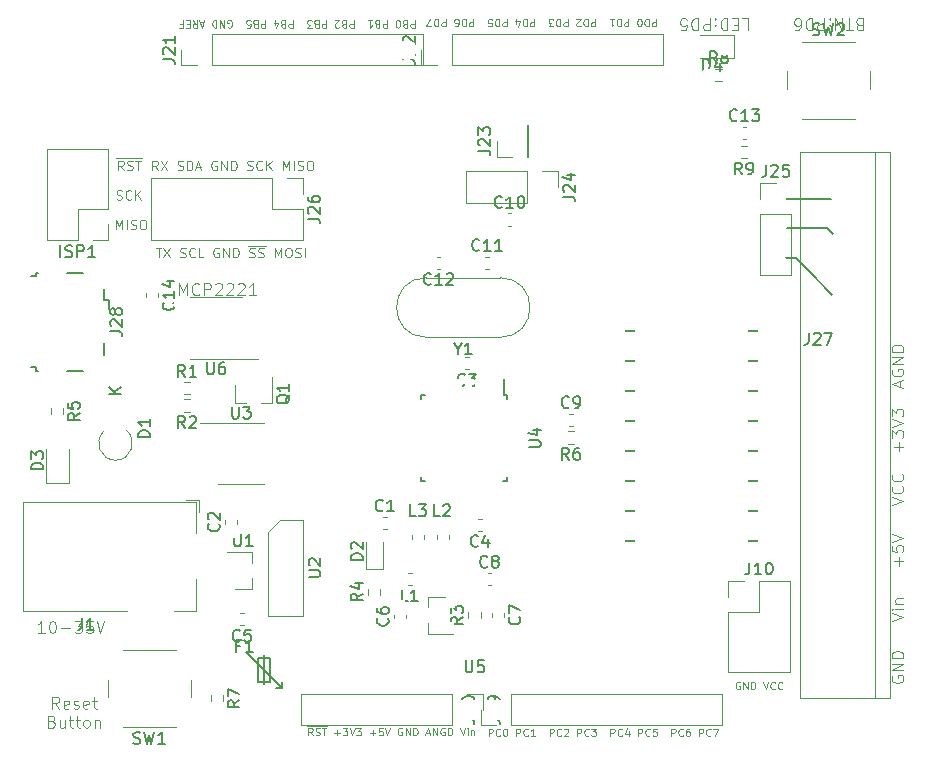
<source format=gbr>
%TF.GenerationSoftware,KiCad,Pcbnew,(5.1.7)-1*%
%TF.CreationDate,2020-10-17T19:17:15+02:00*%
%TF.ProjectId,Atmega_328_breakout,41746d65-6761-45f3-9332-385f62726561,rev?*%
%TF.SameCoordinates,Original*%
%TF.FileFunction,Legend,Top*%
%TF.FilePolarity,Positive*%
%FSLAX46Y46*%
G04 Gerber Fmt 4.6, Leading zero omitted, Abs format (unit mm)*
G04 Created by KiCad (PCBNEW (5.1.7)-1) date 2020-10-17 19:17:15*
%MOMM*%
%LPD*%
G01*
G04 APERTURE LIST*
%ADD10C,0.100000*%
%ADD11C,0.200000*%
%ADD12C,0.050000*%
%ADD13C,0.120000*%
%ADD14C,0.150000*%
%ADD15C,3.000000*%
%ADD16R,3.000000X3.000000*%
%ADD17R,1.700000X1.700000*%
%ADD18O,1.700000X1.700000*%
%ADD19O,2.000000X1.300000*%
%ADD20R,2.000000X1.300000*%
%ADD21C,1.500000*%
%ADD22R,0.900000X0.800000*%
%ADD23R,1.600000X0.550000*%
%ADD24R,0.550000X1.600000*%
%ADD25C,2.000000*%
%ADD26R,0.800000X0.900000*%
%ADD27O,0.800000X0.800000*%
%ADD28O,1.800000X1.150000*%
%ADD29O,2.000000X1.450000*%
%ADD30R,1.300000X0.450000*%
%ADD31R,3.500000X3.500000*%
%ADD32O,1.800000X1.800000*%
%ADD33R,1.800000X1.800000*%
%ADD34C,1.524000*%
%ADD35C,3.937000*%
%ADD36O,1.524000X2.540000*%
G04 APERTURE END LIST*
D10*
X110032142Y-54622619D02*
X110508333Y-54622619D01*
X110508333Y-55622619D01*
X109698809Y-55146428D02*
X109365476Y-55146428D01*
X109222619Y-54622619D02*
X109698809Y-54622619D01*
X109698809Y-55622619D01*
X109222619Y-55622619D01*
X108794047Y-54622619D02*
X108794047Y-55622619D01*
X108555952Y-55622619D01*
X108413095Y-55575000D01*
X108317857Y-55479761D01*
X108270238Y-55384523D01*
X108222619Y-55194047D01*
X108222619Y-55051190D01*
X108270238Y-54860714D01*
X108317857Y-54765476D01*
X108413095Y-54670238D01*
X108555952Y-54622619D01*
X108794047Y-54622619D01*
X107794047Y-54717857D02*
X107746428Y-54670238D01*
X107794047Y-54622619D01*
X107841666Y-54670238D01*
X107794047Y-54717857D01*
X107794047Y-54622619D01*
X107794047Y-55241666D02*
X107746428Y-55194047D01*
X107794047Y-55146428D01*
X107841666Y-55194047D01*
X107794047Y-55241666D01*
X107794047Y-55146428D01*
X107317857Y-54622619D02*
X107317857Y-55622619D01*
X106936904Y-55622619D01*
X106841666Y-55575000D01*
X106794047Y-55527380D01*
X106746428Y-55432142D01*
X106746428Y-55289285D01*
X106794047Y-55194047D01*
X106841666Y-55146428D01*
X106936904Y-55098809D01*
X107317857Y-55098809D01*
X106317857Y-54622619D02*
X106317857Y-55622619D01*
X106079761Y-55622619D01*
X105936904Y-55575000D01*
X105841666Y-55479761D01*
X105794047Y-55384523D01*
X105746428Y-55194047D01*
X105746428Y-55051190D01*
X105794047Y-54860714D01*
X105841666Y-54765476D01*
X105936904Y-54670238D01*
X106079761Y-54622619D01*
X106317857Y-54622619D01*
X104841666Y-55622619D02*
X105317857Y-55622619D01*
X105365476Y-55146428D01*
X105317857Y-55194047D01*
X105222619Y-55241666D01*
X104984523Y-55241666D01*
X104889285Y-55194047D01*
X104841666Y-55146428D01*
X104794047Y-55051190D01*
X104794047Y-54813095D01*
X104841666Y-54717857D01*
X104889285Y-54670238D01*
X104984523Y-54622619D01*
X105222619Y-54622619D01*
X105317857Y-54670238D01*
X105365476Y-54717857D01*
X119947619Y-55146428D02*
X119804761Y-55098809D01*
X119757142Y-55051190D01*
X119709523Y-54955952D01*
X119709523Y-54813095D01*
X119757142Y-54717857D01*
X119804761Y-54670238D01*
X119900000Y-54622619D01*
X120280952Y-54622619D01*
X120280952Y-55622619D01*
X119947619Y-55622619D01*
X119852380Y-55575000D01*
X119804761Y-55527380D01*
X119757142Y-55432142D01*
X119757142Y-55336904D01*
X119804761Y-55241666D01*
X119852380Y-55194047D01*
X119947619Y-55146428D01*
X120280952Y-55146428D01*
X119423809Y-55622619D02*
X118852380Y-55622619D01*
X119138095Y-54622619D02*
X119138095Y-55622619D01*
X118519047Y-54622619D02*
X118519047Y-55622619D01*
X117947619Y-54622619D01*
X117947619Y-55622619D01*
X117471428Y-54717857D02*
X117423809Y-54670238D01*
X117471428Y-54622619D01*
X117519047Y-54670238D01*
X117471428Y-54717857D01*
X117471428Y-54622619D01*
X117471428Y-55241666D02*
X117423809Y-55194047D01*
X117471428Y-55146428D01*
X117519047Y-55194047D01*
X117471428Y-55241666D01*
X117471428Y-55146428D01*
X116995238Y-54622619D02*
X116995238Y-55622619D01*
X116614285Y-55622619D01*
X116519047Y-55575000D01*
X116471428Y-55527380D01*
X116423809Y-55432142D01*
X116423809Y-55289285D01*
X116471428Y-55194047D01*
X116519047Y-55146428D01*
X116614285Y-55098809D01*
X116995238Y-55098809D01*
X115995238Y-54622619D02*
X115995238Y-55622619D01*
X115757142Y-55622619D01*
X115614285Y-55575000D01*
X115519047Y-55479761D01*
X115471428Y-55384523D01*
X115423809Y-55194047D01*
X115423809Y-55051190D01*
X115471428Y-54860714D01*
X115519047Y-54765476D01*
X115614285Y-54670238D01*
X115757142Y-54622619D01*
X115995238Y-54622619D01*
X114566666Y-55622619D02*
X114757142Y-55622619D01*
X114852380Y-55575000D01*
X114900000Y-55527380D01*
X114995238Y-55384523D01*
X115042857Y-55194047D01*
X115042857Y-54813095D01*
X114995238Y-54717857D01*
X114947619Y-54670238D01*
X114852380Y-54622619D01*
X114661904Y-54622619D01*
X114566666Y-54670238D01*
X114519047Y-54717857D01*
X114471428Y-54813095D01*
X114471428Y-55051190D01*
X114519047Y-55146428D01*
X114566666Y-55194047D01*
X114661904Y-55241666D01*
X114852380Y-55241666D01*
X114947619Y-55194047D01*
X114995238Y-55146428D01*
X115042857Y-55051190D01*
X51009523Y-106652380D02*
X50438095Y-106652380D01*
X50723809Y-106652380D02*
X50723809Y-105652380D01*
X50628571Y-105795238D01*
X50533333Y-105890476D01*
X50438095Y-105938095D01*
X51628571Y-105652380D02*
X51723809Y-105652380D01*
X51819047Y-105700000D01*
X51866666Y-105747619D01*
X51914285Y-105842857D01*
X51961904Y-106033333D01*
X51961904Y-106271428D01*
X51914285Y-106461904D01*
X51866666Y-106557142D01*
X51819047Y-106604761D01*
X51723809Y-106652380D01*
X51628571Y-106652380D01*
X51533333Y-106604761D01*
X51485714Y-106557142D01*
X51438095Y-106461904D01*
X51390476Y-106271428D01*
X51390476Y-106033333D01*
X51438095Y-105842857D01*
X51485714Y-105747619D01*
X51533333Y-105700000D01*
X51628571Y-105652380D01*
X52390476Y-106271428D02*
X53152380Y-106271428D01*
X53533333Y-105652380D02*
X54152380Y-105652380D01*
X53819047Y-106033333D01*
X53961904Y-106033333D01*
X54057142Y-106080952D01*
X54104761Y-106128571D01*
X54152380Y-106223809D01*
X54152380Y-106461904D01*
X54104761Y-106557142D01*
X54057142Y-106604761D01*
X53961904Y-106652380D01*
X53676190Y-106652380D01*
X53580952Y-106604761D01*
X53533333Y-106557142D01*
X55057142Y-105652380D02*
X54580952Y-105652380D01*
X54533333Y-106128571D01*
X54580952Y-106080952D01*
X54676190Y-106033333D01*
X54914285Y-106033333D01*
X55009523Y-106080952D01*
X55057142Y-106128571D01*
X55104761Y-106223809D01*
X55104761Y-106461904D01*
X55057142Y-106557142D01*
X55009523Y-106604761D01*
X54914285Y-106652380D01*
X54676190Y-106652380D01*
X54580952Y-106604761D01*
X54533333Y-106557142D01*
X55390476Y-105652380D02*
X55723809Y-106652380D01*
X56057142Y-105652380D01*
D11*
X113750000Y-69900000D02*
X117700000Y-69900000D01*
X117250000Y-72400000D02*
X117850000Y-73000000D01*
X113850000Y-72400000D02*
X117250000Y-72400000D01*
X114600000Y-74950000D02*
X118800000Y-79150000D01*
X112950000Y-74950000D02*
X114600000Y-74950000D01*
D12*
X122750000Y-110305595D02*
X122702380Y-110400833D01*
X122702380Y-110543690D01*
X122750000Y-110686547D01*
X122845238Y-110781785D01*
X122940476Y-110829404D01*
X123130952Y-110877023D01*
X123273809Y-110877023D01*
X123464285Y-110829404D01*
X123559523Y-110781785D01*
X123654761Y-110686547D01*
X123702380Y-110543690D01*
X123702380Y-110448452D01*
X123654761Y-110305595D01*
X123607142Y-110257976D01*
X123273809Y-110257976D01*
X123273809Y-110448452D01*
X123702380Y-109829404D02*
X122702380Y-109829404D01*
X123702380Y-109257976D01*
X122702380Y-109257976D01*
X123702380Y-108781785D02*
X122702380Y-108781785D01*
X122702380Y-108543690D01*
X122750000Y-108400833D01*
X122845238Y-108305595D01*
X122940476Y-108257976D01*
X123130952Y-108210357D01*
X123273809Y-108210357D01*
X123464285Y-108257976D01*
X123559523Y-108305595D01*
X123654761Y-108400833D01*
X123702380Y-108543690D01*
X123702380Y-108781785D01*
X122702380Y-105638928D02*
X123702380Y-105305595D01*
X122702380Y-104972261D01*
X123702380Y-104638928D02*
X123035714Y-104638928D01*
X122702380Y-104638928D02*
X122750000Y-104686547D01*
X122797619Y-104638928D01*
X122750000Y-104591309D01*
X122702380Y-104638928D01*
X122797619Y-104638928D01*
X123035714Y-104162738D02*
X123702380Y-104162738D01*
X123130952Y-104162738D02*
X123083333Y-104115119D01*
X123035714Y-104019880D01*
X123035714Y-103877023D01*
X123083333Y-103781785D01*
X123178571Y-103734166D01*
X123702380Y-103734166D01*
X123321428Y-100972261D02*
X123321428Y-100210357D01*
X123702380Y-100591309D02*
X122940476Y-100591309D01*
X122702380Y-99257976D02*
X122702380Y-99734166D01*
X123178571Y-99781785D01*
X123130952Y-99734166D01*
X123083333Y-99638928D01*
X123083333Y-99400833D01*
X123130952Y-99305595D01*
X123178571Y-99257976D01*
X123273809Y-99210357D01*
X123511904Y-99210357D01*
X123607142Y-99257976D01*
X123654761Y-99305595D01*
X123702380Y-99400833D01*
X123702380Y-99638928D01*
X123654761Y-99734166D01*
X123607142Y-99781785D01*
X122702380Y-98924642D02*
X123702380Y-98591309D01*
X122702380Y-98257976D01*
X122702380Y-95781785D02*
X123702380Y-95448452D01*
X122702380Y-95115119D01*
X123607142Y-94210357D02*
X123654761Y-94257976D01*
X123702380Y-94400833D01*
X123702380Y-94496071D01*
X123654761Y-94638928D01*
X123559523Y-94734166D01*
X123464285Y-94781785D01*
X123273809Y-94829404D01*
X123130952Y-94829404D01*
X122940476Y-94781785D01*
X122845238Y-94734166D01*
X122750000Y-94638928D01*
X122702380Y-94496071D01*
X122702380Y-94400833D01*
X122750000Y-94257976D01*
X122797619Y-94210357D01*
X123607142Y-93210357D02*
X123654761Y-93257976D01*
X123702380Y-93400833D01*
X123702380Y-93496071D01*
X123654761Y-93638928D01*
X123559523Y-93734166D01*
X123464285Y-93781785D01*
X123273809Y-93829404D01*
X123130952Y-93829404D01*
X122940476Y-93781785D01*
X122845238Y-93734166D01*
X122750000Y-93638928D01*
X122702380Y-93496071D01*
X122702380Y-93400833D01*
X122750000Y-93257976D01*
X122797619Y-93210357D01*
X123321428Y-91257976D02*
X123321428Y-90496071D01*
X123702380Y-90877023D02*
X122940476Y-90877023D01*
X122702380Y-90115119D02*
X122702380Y-89496071D01*
X123083333Y-89829404D01*
X123083333Y-89686547D01*
X123130952Y-89591309D01*
X123178571Y-89543690D01*
X123273809Y-89496071D01*
X123511904Y-89496071D01*
X123607142Y-89543690D01*
X123654761Y-89591309D01*
X123702380Y-89686547D01*
X123702380Y-89972261D01*
X123654761Y-90067500D01*
X123607142Y-90115119D01*
X122702380Y-89210357D02*
X123702380Y-88877023D01*
X122702380Y-88543690D01*
X122702380Y-88305595D02*
X122702380Y-87686547D01*
X123083333Y-88019880D01*
X123083333Y-87877023D01*
X123130952Y-87781785D01*
X123178571Y-87734166D01*
X123273809Y-87686547D01*
X123511904Y-87686547D01*
X123607142Y-87734166D01*
X123654761Y-87781785D01*
X123702380Y-87877023D01*
X123702380Y-88162738D01*
X123654761Y-88257976D01*
X123607142Y-88305595D01*
X123416666Y-85781785D02*
X123416666Y-85305595D01*
X123702380Y-85877023D02*
X122702380Y-85543690D01*
X123702380Y-85210357D01*
X122750000Y-84353214D02*
X122702380Y-84448452D01*
X122702380Y-84591309D01*
X122750000Y-84734166D01*
X122845238Y-84829404D01*
X122940476Y-84877023D01*
X123130952Y-84924642D01*
X123273809Y-84924642D01*
X123464285Y-84877023D01*
X123559523Y-84829404D01*
X123654761Y-84734166D01*
X123702380Y-84591309D01*
X123702380Y-84496071D01*
X123654761Y-84353214D01*
X123607142Y-84305595D01*
X123273809Y-84305595D01*
X123273809Y-84496071D01*
X123702380Y-83877023D02*
X122702380Y-83877023D01*
X123702380Y-83305595D01*
X122702380Y-83305595D01*
X123702380Y-82829404D02*
X122702380Y-82829404D01*
X122702380Y-82591309D01*
X122750000Y-82448452D01*
X122845238Y-82353214D01*
X122940476Y-82305595D01*
X123130952Y-82257976D01*
X123273809Y-82257976D01*
X123464285Y-82305595D01*
X123559523Y-82353214D01*
X123654761Y-82448452D01*
X123702380Y-82591309D01*
X123702380Y-82829404D01*
X109862500Y-110835000D02*
X109802500Y-110805000D01*
X109712500Y-110805000D01*
X109622500Y-110835000D01*
X109562500Y-110895000D01*
X109532500Y-110955000D01*
X109502500Y-111075000D01*
X109502500Y-111165000D01*
X109532500Y-111285000D01*
X109562500Y-111345000D01*
X109622500Y-111405000D01*
X109712500Y-111435000D01*
X109772500Y-111435000D01*
X109862500Y-111405000D01*
X109892500Y-111375000D01*
X109892500Y-111165000D01*
X109772500Y-111165000D01*
X110162500Y-111435000D02*
X110162500Y-110805000D01*
X110522500Y-111435000D01*
X110522500Y-110805000D01*
X110822500Y-111435000D02*
X110822500Y-110805000D01*
X110972500Y-110805000D01*
X111062500Y-110835000D01*
X111122500Y-110895000D01*
X111152500Y-110955000D01*
X111182500Y-111075000D01*
X111182500Y-111165000D01*
X111152500Y-111285000D01*
X111122500Y-111345000D01*
X111062500Y-111405000D01*
X110972500Y-111435000D01*
X110822500Y-111435000D01*
X111842500Y-110805000D02*
X112052500Y-111435000D01*
X112262500Y-110805000D01*
X112832500Y-111375000D02*
X112802500Y-111405000D01*
X112712500Y-111435000D01*
X112652500Y-111435000D01*
X112562500Y-111405000D01*
X112502500Y-111345000D01*
X112472500Y-111285000D01*
X112442500Y-111165000D01*
X112442500Y-111075000D01*
X112472500Y-110955000D01*
X112502500Y-110895000D01*
X112562500Y-110835000D01*
X112652500Y-110805000D01*
X112712500Y-110805000D01*
X112802500Y-110835000D01*
X112832500Y-110865000D01*
X113462500Y-111375000D02*
X113432500Y-111405000D01*
X113342500Y-111435000D01*
X113282500Y-111435000D01*
X113192500Y-111405000D01*
X113132500Y-111345000D01*
X113102500Y-111285000D01*
X113072500Y-111165000D01*
X113072500Y-111075000D01*
X113102500Y-110955000D01*
X113132500Y-110895000D01*
X113192500Y-110835000D01*
X113282500Y-110805000D01*
X113342500Y-110805000D01*
X113432500Y-110835000D01*
X113462500Y-110865000D01*
X82317500Y-54765000D02*
X82317500Y-55395000D01*
X82077500Y-55395000D01*
X82017500Y-55365000D01*
X81987500Y-55335000D01*
X81957500Y-55275000D01*
X81957500Y-55185000D01*
X81987500Y-55125000D01*
X82017500Y-55095000D01*
X82077500Y-55065000D01*
X82317500Y-55065000D01*
X81477500Y-55095000D02*
X81387500Y-55065000D01*
X81357500Y-55035000D01*
X81327500Y-54975000D01*
X81327500Y-54885000D01*
X81357500Y-54825000D01*
X81387500Y-54795000D01*
X81447500Y-54765000D01*
X81687500Y-54765000D01*
X81687500Y-55395000D01*
X81477500Y-55395000D01*
X81417500Y-55365000D01*
X81387500Y-55335000D01*
X81357500Y-55275000D01*
X81357500Y-55215000D01*
X81387500Y-55155000D01*
X81417500Y-55125000D01*
X81477500Y-55095000D01*
X81687500Y-55095000D01*
X80937500Y-55395000D02*
X80877500Y-55395000D01*
X80817500Y-55365000D01*
X80787500Y-55335000D01*
X80757500Y-55275000D01*
X80727500Y-55155000D01*
X80727500Y-55005000D01*
X80757500Y-54885000D01*
X80787500Y-54825000D01*
X80817500Y-54795000D01*
X80877500Y-54765000D01*
X80937500Y-54765000D01*
X80997500Y-54795000D01*
X81027500Y-54825000D01*
X81057500Y-54885000D01*
X81087500Y-55005000D01*
X81087500Y-55155000D01*
X81057500Y-55275000D01*
X81027500Y-55335000D01*
X80997500Y-55365000D01*
X80937500Y-55395000D01*
X79977500Y-54765000D02*
X79977500Y-55395000D01*
X79737500Y-55395000D01*
X79677500Y-55365000D01*
X79647500Y-55335000D01*
X79617500Y-55275000D01*
X79617500Y-55185000D01*
X79647500Y-55125000D01*
X79677500Y-55095000D01*
X79737500Y-55065000D01*
X79977500Y-55065000D01*
X79137500Y-55095000D02*
X79047500Y-55065000D01*
X79017500Y-55035000D01*
X78987500Y-54975000D01*
X78987500Y-54885000D01*
X79017500Y-54825000D01*
X79047500Y-54795000D01*
X79107500Y-54765000D01*
X79347500Y-54765000D01*
X79347500Y-55395000D01*
X79137500Y-55395000D01*
X79077500Y-55365000D01*
X79047500Y-55335000D01*
X79017500Y-55275000D01*
X79017500Y-55215000D01*
X79047500Y-55155000D01*
X79077500Y-55125000D01*
X79137500Y-55095000D01*
X79347500Y-55095000D01*
X78387500Y-54765000D02*
X78747500Y-54765000D01*
X78567500Y-54765000D02*
X78567500Y-55395000D01*
X78627500Y-55305000D01*
X78687500Y-55245000D01*
X78747500Y-55215000D01*
X77157500Y-54765000D02*
X77157500Y-55395000D01*
X76917500Y-55395000D01*
X76857500Y-55365000D01*
X76827500Y-55335000D01*
X76797500Y-55275000D01*
X76797500Y-55185000D01*
X76827500Y-55125000D01*
X76857500Y-55095000D01*
X76917500Y-55065000D01*
X77157500Y-55065000D01*
X76317500Y-55095000D02*
X76227500Y-55065000D01*
X76197500Y-55035000D01*
X76167500Y-54975000D01*
X76167500Y-54885000D01*
X76197500Y-54825000D01*
X76227500Y-54795000D01*
X76287500Y-54765000D01*
X76527500Y-54765000D01*
X76527500Y-55395000D01*
X76317500Y-55395000D01*
X76257500Y-55365000D01*
X76227500Y-55335000D01*
X76197500Y-55275000D01*
X76197500Y-55215000D01*
X76227500Y-55155000D01*
X76257500Y-55125000D01*
X76317500Y-55095000D01*
X76527500Y-55095000D01*
X75927500Y-55335000D02*
X75897500Y-55365000D01*
X75837500Y-55395000D01*
X75687500Y-55395000D01*
X75627500Y-55365000D01*
X75597500Y-55335000D01*
X75567500Y-55275000D01*
X75567500Y-55215000D01*
X75597500Y-55125000D01*
X75957500Y-54765000D01*
X75567500Y-54765000D01*
X74817500Y-54765000D02*
X74817500Y-55395000D01*
X74577500Y-55395000D01*
X74517500Y-55365000D01*
X74487500Y-55335000D01*
X74457500Y-55275000D01*
X74457500Y-55185000D01*
X74487500Y-55125000D01*
X74517500Y-55095000D01*
X74577500Y-55065000D01*
X74817500Y-55065000D01*
X73977500Y-55095000D02*
X73887500Y-55065000D01*
X73857500Y-55035000D01*
X73827500Y-54975000D01*
X73827500Y-54885000D01*
X73857500Y-54825000D01*
X73887500Y-54795000D01*
X73947500Y-54765000D01*
X74187500Y-54765000D01*
X74187500Y-55395000D01*
X73977500Y-55395000D01*
X73917500Y-55365000D01*
X73887500Y-55335000D01*
X73857500Y-55275000D01*
X73857500Y-55215000D01*
X73887500Y-55155000D01*
X73917500Y-55125000D01*
X73977500Y-55095000D01*
X74187500Y-55095000D01*
X73617500Y-55395000D02*
X73227500Y-55395000D01*
X73437500Y-55155000D01*
X73347500Y-55155000D01*
X73287500Y-55125000D01*
X73257500Y-55095000D01*
X73227500Y-55035000D01*
X73227500Y-54885000D01*
X73257500Y-54825000D01*
X73287500Y-54795000D01*
X73347500Y-54765000D01*
X73527500Y-54765000D01*
X73587500Y-54795000D01*
X73617500Y-54825000D01*
X71997500Y-54765000D02*
X71997500Y-55395000D01*
X71757500Y-55395000D01*
X71697500Y-55365000D01*
X71667500Y-55335000D01*
X71637500Y-55275000D01*
X71637500Y-55185000D01*
X71667500Y-55125000D01*
X71697500Y-55095000D01*
X71757500Y-55065000D01*
X71997500Y-55065000D01*
X71157500Y-55095000D02*
X71067500Y-55065000D01*
X71037500Y-55035000D01*
X71007500Y-54975000D01*
X71007500Y-54885000D01*
X71037500Y-54825000D01*
X71067500Y-54795000D01*
X71127500Y-54765000D01*
X71367500Y-54765000D01*
X71367500Y-55395000D01*
X71157500Y-55395000D01*
X71097500Y-55365000D01*
X71067500Y-55335000D01*
X71037500Y-55275000D01*
X71037500Y-55215000D01*
X71067500Y-55155000D01*
X71097500Y-55125000D01*
X71157500Y-55095000D01*
X71367500Y-55095000D01*
X70467500Y-55185000D02*
X70467500Y-54765000D01*
X70617500Y-55425000D02*
X70767500Y-54975000D01*
X70377500Y-54975000D01*
X69657500Y-54765000D02*
X69657500Y-55395000D01*
X69417500Y-55395000D01*
X69357500Y-55365000D01*
X69327500Y-55335000D01*
X69297500Y-55275000D01*
X69297500Y-55185000D01*
X69327500Y-55125000D01*
X69357500Y-55095000D01*
X69417500Y-55065000D01*
X69657500Y-55065000D01*
X68817500Y-55095000D02*
X68727500Y-55065000D01*
X68697500Y-55035000D01*
X68667500Y-54975000D01*
X68667500Y-54885000D01*
X68697500Y-54825000D01*
X68727500Y-54795000D01*
X68787500Y-54765000D01*
X69027500Y-54765000D01*
X69027500Y-55395000D01*
X68817500Y-55395000D01*
X68757500Y-55365000D01*
X68727500Y-55335000D01*
X68697500Y-55275000D01*
X68697500Y-55215000D01*
X68727500Y-55155000D01*
X68757500Y-55125000D01*
X68817500Y-55095000D01*
X69027500Y-55095000D01*
X68097500Y-55395000D02*
X68397500Y-55395000D01*
X68427500Y-55095000D01*
X68397500Y-55125000D01*
X68337500Y-55155000D01*
X68187500Y-55155000D01*
X68127500Y-55125000D01*
X68097500Y-55095000D01*
X68067500Y-55035000D01*
X68067500Y-54885000D01*
X68097500Y-54825000D01*
X68127500Y-54795000D01*
X68187500Y-54765000D01*
X68337500Y-54765000D01*
X68397500Y-54795000D01*
X68427500Y-54825000D01*
X66507500Y-55365000D02*
X66567500Y-55395000D01*
X66657500Y-55395000D01*
X66747500Y-55365000D01*
X66807500Y-55305000D01*
X66837500Y-55245000D01*
X66867500Y-55125000D01*
X66867500Y-55035000D01*
X66837500Y-54915000D01*
X66807500Y-54855000D01*
X66747500Y-54795000D01*
X66657500Y-54765000D01*
X66597500Y-54765000D01*
X66507500Y-54795000D01*
X66477500Y-54825000D01*
X66477500Y-55035000D01*
X66597500Y-55035000D01*
X66207500Y-54765000D02*
X66207500Y-55395000D01*
X65847500Y-54765000D01*
X65847500Y-55395000D01*
X65547500Y-54765000D02*
X65547500Y-55395000D01*
X65397500Y-55395000D01*
X65307500Y-55365000D01*
X65247500Y-55305000D01*
X65217500Y-55245000D01*
X65187500Y-55125000D01*
X65187500Y-55035000D01*
X65217500Y-54915000D01*
X65247500Y-54855000D01*
X65307500Y-54795000D01*
X65397500Y-54765000D01*
X65547500Y-54765000D01*
X64467500Y-54945000D02*
X64167500Y-54945000D01*
X64527500Y-54765000D02*
X64317500Y-55395000D01*
X64107500Y-54765000D01*
X63537500Y-54765000D02*
X63747500Y-55065000D01*
X63897500Y-54765000D02*
X63897500Y-55395000D01*
X63657500Y-55395000D01*
X63597500Y-55365000D01*
X63567500Y-55335000D01*
X63537500Y-55275000D01*
X63537500Y-55185000D01*
X63567500Y-55125000D01*
X63597500Y-55095000D01*
X63657500Y-55065000D01*
X63897500Y-55065000D01*
X63267500Y-55095000D02*
X63057500Y-55095000D01*
X62967500Y-54765000D02*
X63267500Y-54765000D01*
X63267500Y-55395000D01*
X62967500Y-55395000D01*
X62487500Y-55095000D02*
X62697500Y-55095000D01*
X62697500Y-54765000D02*
X62697500Y-55395000D01*
X62397500Y-55395000D01*
X102767500Y-54665000D02*
X102767500Y-55295000D01*
X102527500Y-55295000D01*
X102467500Y-55265000D01*
X102437500Y-55235000D01*
X102407500Y-55175000D01*
X102407500Y-55085000D01*
X102437500Y-55025000D01*
X102467500Y-54995000D01*
X102527500Y-54965000D01*
X102767500Y-54965000D01*
X102137500Y-54665000D02*
X102137500Y-55295000D01*
X101987500Y-55295000D01*
X101897500Y-55265000D01*
X101837500Y-55205000D01*
X101807500Y-55145000D01*
X101777500Y-55025000D01*
X101777500Y-54935000D01*
X101807500Y-54815000D01*
X101837500Y-54755000D01*
X101897500Y-54695000D01*
X101987500Y-54665000D01*
X102137500Y-54665000D01*
X101387500Y-55295000D02*
X101327500Y-55295000D01*
X101267500Y-55265000D01*
X101237500Y-55235000D01*
X101207500Y-55175000D01*
X101177500Y-55055000D01*
X101177500Y-54905000D01*
X101207500Y-54785000D01*
X101237500Y-54725000D01*
X101267500Y-54695000D01*
X101327500Y-54665000D01*
X101387500Y-54665000D01*
X101447500Y-54695000D01*
X101477500Y-54725000D01*
X101507500Y-54785000D01*
X101537500Y-54905000D01*
X101537500Y-55055000D01*
X101507500Y-55175000D01*
X101477500Y-55235000D01*
X101447500Y-55265000D01*
X101387500Y-55295000D01*
X100427500Y-54665000D02*
X100427500Y-55295000D01*
X100187500Y-55295000D01*
X100127500Y-55265000D01*
X100097500Y-55235000D01*
X100067500Y-55175000D01*
X100067500Y-55085000D01*
X100097500Y-55025000D01*
X100127500Y-54995000D01*
X100187500Y-54965000D01*
X100427500Y-54965000D01*
X99797500Y-54665000D02*
X99797500Y-55295000D01*
X99647500Y-55295000D01*
X99557500Y-55265000D01*
X99497500Y-55205000D01*
X99467500Y-55145000D01*
X99437500Y-55025000D01*
X99437500Y-54935000D01*
X99467500Y-54815000D01*
X99497500Y-54755000D01*
X99557500Y-54695000D01*
X99647500Y-54665000D01*
X99797500Y-54665000D01*
X98837500Y-54665000D02*
X99197500Y-54665000D01*
X99017500Y-54665000D02*
X99017500Y-55295000D01*
X99077500Y-55205000D01*
X99137500Y-55145000D01*
X99197500Y-55115000D01*
X97607500Y-54665000D02*
X97607500Y-55295000D01*
X97367500Y-55295000D01*
X97307500Y-55265000D01*
X97277500Y-55235000D01*
X97247500Y-55175000D01*
X97247500Y-55085000D01*
X97277500Y-55025000D01*
X97307500Y-54995000D01*
X97367500Y-54965000D01*
X97607500Y-54965000D01*
X96977500Y-54665000D02*
X96977500Y-55295000D01*
X96827500Y-55295000D01*
X96737500Y-55265000D01*
X96677500Y-55205000D01*
X96647500Y-55145000D01*
X96617500Y-55025000D01*
X96617500Y-54935000D01*
X96647500Y-54815000D01*
X96677500Y-54755000D01*
X96737500Y-54695000D01*
X96827500Y-54665000D01*
X96977500Y-54665000D01*
X96377500Y-55235000D02*
X96347500Y-55265000D01*
X96287500Y-55295000D01*
X96137500Y-55295000D01*
X96077500Y-55265000D01*
X96047500Y-55235000D01*
X96017500Y-55175000D01*
X96017500Y-55115000D01*
X96047500Y-55025000D01*
X96407500Y-54665000D01*
X96017500Y-54665000D01*
X95267500Y-54665000D02*
X95267500Y-55295000D01*
X95027500Y-55295000D01*
X94967500Y-55265000D01*
X94937500Y-55235000D01*
X94907500Y-55175000D01*
X94907500Y-55085000D01*
X94937500Y-55025000D01*
X94967500Y-54995000D01*
X95027500Y-54965000D01*
X95267500Y-54965000D01*
X94637500Y-54665000D02*
X94637500Y-55295000D01*
X94487500Y-55295000D01*
X94397500Y-55265000D01*
X94337500Y-55205000D01*
X94307500Y-55145000D01*
X94277500Y-55025000D01*
X94277500Y-54935000D01*
X94307500Y-54815000D01*
X94337500Y-54755000D01*
X94397500Y-54695000D01*
X94487500Y-54665000D01*
X94637500Y-54665000D01*
X94067500Y-55295000D02*
X93677500Y-55295000D01*
X93887500Y-55055000D01*
X93797500Y-55055000D01*
X93737500Y-55025000D01*
X93707500Y-54995000D01*
X93677500Y-54935000D01*
X93677500Y-54785000D01*
X93707500Y-54725000D01*
X93737500Y-54695000D01*
X93797500Y-54665000D01*
X93977500Y-54665000D01*
X94037500Y-54695000D01*
X94067500Y-54725000D01*
X92447500Y-54665000D02*
X92447500Y-55295000D01*
X92207500Y-55295000D01*
X92147500Y-55265000D01*
X92117500Y-55235000D01*
X92087500Y-55175000D01*
X92087500Y-55085000D01*
X92117500Y-55025000D01*
X92147500Y-54995000D01*
X92207500Y-54965000D01*
X92447500Y-54965000D01*
X91817500Y-54665000D02*
X91817500Y-55295000D01*
X91667500Y-55295000D01*
X91577500Y-55265000D01*
X91517500Y-55205000D01*
X91487500Y-55145000D01*
X91457500Y-55025000D01*
X91457500Y-54935000D01*
X91487500Y-54815000D01*
X91517500Y-54755000D01*
X91577500Y-54695000D01*
X91667500Y-54665000D01*
X91817500Y-54665000D01*
X90917500Y-55085000D02*
X90917500Y-54665000D01*
X91067500Y-55325000D02*
X91217500Y-54875000D01*
X90827500Y-54875000D01*
X90107500Y-54665000D02*
X90107500Y-55295000D01*
X89867500Y-55295000D01*
X89807500Y-55265000D01*
X89777500Y-55235000D01*
X89747500Y-55175000D01*
X89747500Y-55085000D01*
X89777500Y-55025000D01*
X89807500Y-54995000D01*
X89867500Y-54965000D01*
X90107500Y-54965000D01*
X89477500Y-54665000D02*
X89477500Y-55295000D01*
X89327500Y-55295000D01*
X89237500Y-55265000D01*
X89177500Y-55205000D01*
X89147500Y-55145000D01*
X89117500Y-55025000D01*
X89117500Y-54935000D01*
X89147500Y-54815000D01*
X89177500Y-54755000D01*
X89237500Y-54695000D01*
X89327500Y-54665000D01*
X89477500Y-54665000D01*
X88547500Y-55295000D02*
X88847500Y-55295000D01*
X88877500Y-54995000D01*
X88847500Y-55025000D01*
X88787500Y-55055000D01*
X88637500Y-55055000D01*
X88577500Y-55025000D01*
X88547500Y-54995000D01*
X88517500Y-54935000D01*
X88517500Y-54785000D01*
X88547500Y-54725000D01*
X88577500Y-54695000D01*
X88637500Y-54665000D01*
X88787500Y-54665000D01*
X88847500Y-54695000D01*
X88877500Y-54725000D01*
X87287500Y-54665000D02*
X87287500Y-55295000D01*
X87047500Y-55295000D01*
X86987500Y-55265000D01*
X86957500Y-55235000D01*
X86927500Y-55175000D01*
X86927500Y-55085000D01*
X86957500Y-55025000D01*
X86987500Y-54995000D01*
X87047500Y-54965000D01*
X87287500Y-54965000D01*
X86657500Y-54665000D02*
X86657500Y-55295000D01*
X86507500Y-55295000D01*
X86417500Y-55265000D01*
X86357500Y-55205000D01*
X86327500Y-55145000D01*
X86297500Y-55025000D01*
X86297500Y-54935000D01*
X86327500Y-54815000D01*
X86357500Y-54755000D01*
X86417500Y-54695000D01*
X86507500Y-54665000D01*
X86657500Y-54665000D01*
X85757500Y-55295000D02*
X85877500Y-55295000D01*
X85937500Y-55265000D01*
X85967500Y-55235000D01*
X86027500Y-55145000D01*
X86057500Y-55025000D01*
X86057500Y-54785000D01*
X86027500Y-54725000D01*
X85997500Y-54695000D01*
X85937500Y-54665000D01*
X85817500Y-54665000D01*
X85757500Y-54695000D01*
X85727500Y-54725000D01*
X85697500Y-54785000D01*
X85697500Y-54935000D01*
X85727500Y-54995000D01*
X85757500Y-55025000D01*
X85817500Y-55055000D01*
X85937500Y-55055000D01*
X85997500Y-55025000D01*
X86027500Y-54995000D01*
X86057500Y-54935000D01*
X84947500Y-54665000D02*
X84947500Y-55295000D01*
X84707500Y-55295000D01*
X84647500Y-55265000D01*
X84617500Y-55235000D01*
X84587500Y-55175000D01*
X84587500Y-55085000D01*
X84617500Y-55025000D01*
X84647500Y-54995000D01*
X84707500Y-54965000D01*
X84947500Y-54965000D01*
X84317500Y-54665000D02*
X84317500Y-55295000D01*
X84167500Y-55295000D01*
X84077500Y-55265000D01*
X84017500Y-55205000D01*
X83987500Y-55145000D01*
X83957500Y-55025000D01*
X83957500Y-54935000D01*
X83987500Y-54815000D01*
X84017500Y-54755000D01*
X84077500Y-54695000D01*
X84167500Y-54665000D01*
X84317500Y-54665000D01*
X83747500Y-55295000D02*
X83327500Y-55295000D01*
X83597500Y-54665000D01*
X88582500Y-115385000D02*
X88582500Y-114755000D01*
X88822500Y-114755000D01*
X88882500Y-114785000D01*
X88912500Y-114815000D01*
X88942500Y-114875000D01*
X88942500Y-114965000D01*
X88912500Y-115025000D01*
X88882500Y-115055000D01*
X88822500Y-115085000D01*
X88582500Y-115085000D01*
X89572500Y-115325000D02*
X89542500Y-115355000D01*
X89452500Y-115385000D01*
X89392500Y-115385000D01*
X89302500Y-115355000D01*
X89242500Y-115295000D01*
X89212500Y-115235000D01*
X89182500Y-115115000D01*
X89182500Y-115025000D01*
X89212500Y-114905000D01*
X89242500Y-114845000D01*
X89302500Y-114785000D01*
X89392500Y-114755000D01*
X89452500Y-114755000D01*
X89542500Y-114785000D01*
X89572500Y-114815000D01*
X89962500Y-114755000D02*
X90022500Y-114755000D01*
X90082500Y-114785000D01*
X90112500Y-114815000D01*
X90142500Y-114875000D01*
X90172500Y-114995000D01*
X90172500Y-115145000D01*
X90142500Y-115265000D01*
X90112500Y-115325000D01*
X90082500Y-115355000D01*
X90022500Y-115385000D01*
X89962500Y-115385000D01*
X89902500Y-115355000D01*
X89872500Y-115325000D01*
X89842500Y-115265000D01*
X89812500Y-115145000D01*
X89812500Y-114995000D01*
X89842500Y-114875000D01*
X89872500Y-114815000D01*
X89902500Y-114785000D01*
X89962500Y-114755000D01*
X90922500Y-115385000D02*
X90922500Y-114755000D01*
X91162500Y-114755000D01*
X91222500Y-114785000D01*
X91252500Y-114815000D01*
X91282500Y-114875000D01*
X91282500Y-114965000D01*
X91252500Y-115025000D01*
X91222500Y-115055000D01*
X91162500Y-115085000D01*
X90922500Y-115085000D01*
X91912500Y-115325000D02*
X91882500Y-115355000D01*
X91792500Y-115385000D01*
X91732500Y-115385000D01*
X91642500Y-115355000D01*
X91582500Y-115295000D01*
X91552500Y-115235000D01*
X91522500Y-115115000D01*
X91522500Y-115025000D01*
X91552500Y-114905000D01*
X91582500Y-114845000D01*
X91642500Y-114785000D01*
X91732500Y-114755000D01*
X91792500Y-114755000D01*
X91882500Y-114785000D01*
X91912500Y-114815000D01*
X92512500Y-115385000D02*
X92152500Y-115385000D01*
X92332500Y-115385000D02*
X92332500Y-114755000D01*
X92272500Y-114845000D01*
X92212500Y-114905000D01*
X92152500Y-114935000D01*
X93742500Y-115385000D02*
X93742500Y-114755000D01*
X93982500Y-114755000D01*
X94042500Y-114785000D01*
X94072500Y-114815000D01*
X94102500Y-114875000D01*
X94102500Y-114965000D01*
X94072500Y-115025000D01*
X94042500Y-115055000D01*
X93982500Y-115085000D01*
X93742500Y-115085000D01*
X94732500Y-115325000D02*
X94702500Y-115355000D01*
X94612500Y-115385000D01*
X94552500Y-115385000D01*
X94462500Y-115355000D01*
X94402500Y-115295000D01*
X94372500Y-115235000D01*
X94342500Y-115115000D01*
X94342500Y-115025000D01*
X94372500Y-114905000D01*
X94402500Y-114845000D01*
X94462500Y-114785000D01*
X94552500Y-114755000D01*
X94612500Y-114755000D01*
X94702500Y-114785000D01*
X94732500Y-114815000D01*
X94972500Y-114815000D02*
X95002500Y-114785000D01*
X95062500Y-114755000D01*
X95212500Y-114755000D01*
X95272500Y-114785000D01*
X95302500Y-114815000D01*
X95332500Y-114875000D01*
X95332500Y-114935000D01*
X95302500Y-115025000D01*
X94942500Y-115385000D01*
X95332500Y-115385000D01*
X96082500Y-115385000D02*
X96082500Y-114755000D01*
X96322500Y-114755000D01*
X96382500Y-114785000D01*
X96412500Y-114815000D01*
X96442500Y-114875000D01*
X96442500Y-114965000D01*
X96412500Y-115025000D01*
X96382500Y-115055000D01*
X96322500Y-115085000D01*
X96082500Y-115085000D01*
X97072500Y-115325000D02*
X97042500Y-115355000D01*
X96952500Y-115385000D01*
X96892500Y-115385000D01*
X96802500Y-115355000D01*
X96742500Y-115295000D01*
X96712500Y-115235000D01*
X96682500Y-115115000D01*
X96682500Y-115025000D01*
X96712500Y-114905000D01*
X96742500Y-114845000D01*
X96802500Y-114785000D01*
X96892500Y-114755000D01*
X96952500Y-114755000D01*
X97042500Y-114785000D01*
X97072500Y-114815000D01*
X97282500Y-114755000D02*
X97672500Y-114755000D01*
X97462500Y-114995000D01*
X97552500Y-114995000D01*
X97612500Y-115025000D01*
X97642500Y-115055000D01*
X97672500Y-115115000D01*
X97672500Y-115265000D01*
X97642500Y-115325000D01*
X97612500Y-115355000D01*
X97552500Y-115385000D01*
X97372500Y-115385000D01*
X97312500Y-115355000D01*
X97282500Y-115325000D01*
X98902500Y-115385000D02*
X98902500Y-114755000D01*
X99142500Y-114755000D01*
X99202500Y-114785000D01*
X99232500Y-114815000D01*
X99262500Y-114875000D01*
X99262500Y-114965000D01*
X99232500Y-115025000D01*
X99202500Y-115055000D01*
X99142500Y-115085000D01*
X98902500Y-115085000D01*
X99892500Y-115325000D02*
X99862500Y-115355000D01*
X99772500Y-115385000D01*
X99712500Y-115385000D01*
X99622500Y-115355000D01*
X99562500Y-115295000D01*
X99532500Y-115235000D01*
X99502500Y-115115000D01*
X99502500Y-115025000D01*
X99532500Y-114905000D01*
X99562500Y-114845000D01*
X99622500Y-114785000D01*
X99712500Y-114755000D01*
X99772500Y-114755000D01*
X99862500Y-114785000D01*
X99892500Y-114815000D01*
X100432500Y-114965000D02*
X100432500Y-115385000D01*
X100282500Y-114725000D02*
X100132500Y-115175000D01*
X100522500Y-115175000D01*
X101242500Y-115385000D02*
X101242500Y-114755000D01*
X101482500Y-114755000D01*
X101542500Y-114785000D01*
X101572500Y-114815000D01*
X101602500Y-114875000D01*
X101602500Y-114965000D01*
X101572500Y-115025000D01*
X101542500Y-115055000D01*
X101482500Y-115085000D01*
X101242500Y-115085000D01*
X102232500Y-115325000D02*
X102202500Y-115355000D01*
X102112500Y-115385000D01*
X102052500Y-115385000D01*
X101962500Y-115355000D01*
X101902500Y-115295000D01*
X101872500Y-115235000D01*
X101842500Y-115115000D01*
X101842500Y-115025000D01*
X101872500Y-114905000D01*
X101902500Y-114845000D01*
X101962500Y-114785000D01*
X102052500Y-114755000D01*
X102112500Y-114755000D01*
X102202500Y-114785000D01*
X102232500Y-114815000D01*
X102802500Y-114755000D02*
X102502500Y-114755000D01*
X102472500Y-115055000D01*
X102502500Y-115025000D01*
X102562500Y-114995000D01*
X102712500Y-114995000D01*
X102772500Y-115025000D01*
X102802500Y-115055000D01*
X102832500Y-115115000D01*
X102832500Y-115265000D01*
X102802500Y-115325000D01*
X102772500Y-115355000D01*
X102712500Y-115385000D01*
X102562500Y-115385000D01*
X102502500Y-115355000D01*
X102472500Y-115325000D01*
X104062500Y-115385000D02*
X104062500Y-114755000D01*
X104302500Y-114755000D01*
X104362500Y-114785000D01*
X104392500Y-114815000D01*
X104422500Y-114875000D01*
X104422500Y-114965000D01*
X104392500Y-115025000D01*
X104362500Y-115055000D01*
X104302500Y-115085000D01*
X104062500Y-115085000D01*
X105052500Y-115325000D02*
X105022500Y-115355000D01*
X104932500Y-115385000D01*
X104872500Y-115385000D01*
X104782500Y-115355000D01*
X104722500Y-115295000D01*
X104692500Y-115235000D01*
X104662500Y-115115000D01*
X104662500Y-115025000D01*
X104692500Y-114905000D01*
X104722500Y-114845000D01*
X104782500Y-114785000D01*
X104872500Y-114755000D01*
X104932500Y-114755000D01*
X105022500Y-114785000D01*
X105052500Y-114815000D01*
X105592500Y-114755000D02*
X105472500Y-114755000D01*
X105412500Y-114785000D01*
X105382500Y-114815000D01*
X105322500Y-114905000D01*
X105292500Y-115025000D01*
X105292500Y-115265000D01*
X105322500Y-115325000D01*
X105352500Y-115355000D01*
X105412500Y-115385000D01*
X105532500Y-115385000D01*
X105592500Y-115355000D01*
X105622500Y-115325000D01*
X105652500Y-115265000D01*
X105652500Y-115115000D01*
X105622500Y-115055000D01*
X105592500Y-115025000D01*
X105532500Y-114995000D01*
X105412500Y-114995000D01*
X105352500Y-115025000D01*
X105322500Y-115055000D01*
X105292500Y-115115000D01*
X106402500Y-115385000D02*
X106402500Y-114755000D01*
X106642500Y-114755000D01*
X106702500Y-114785000D01*
X106732500Y-114815000D01*
X106762500Y-114875000D01*
X106762500Y-114965000D01*
X106732500Y-115025000D01*
X106702500Y-115055000D01*
X106642500Y-115085000D01*
X106402500Y-115085000D01*
X107392500Y-115325000D02*
X107362500Y-115355000D01*
X107272500Y-115385000D01*
X107212500Y-115385000D01*
X107122500Y-115355000D01*
X107062500Y-115295000D01*
X107032500Y-115235000D01*
X107002500Y-115115000D01*
X107002500Y-115025000D01*
X107032500Y-114905000D01*
X107062500Y-114845000D01*
X107122500Y-114785000D01*
X107212500Y-114755000D01*
X107272500Y-114755000D01*
X107362500Y-114785000D01*
X107392500Y-114815000D01*
X107602500Y-114755000D02*
X108022500Y-114755000D01*
X107752500Y-115385000D01*
X73182500Y-114531400D02*
X73812500Y-114531400D01*
X73692500Y-115335000D02*
X73482500Y-115035000D01*
X73332500Y-115335000D02*
X73332500Y-114705000D01*
X73572500Y-114705000D01*
X73632500Y-114735000D01*
X73662500Y-114765000D01*
X73692500Y-114825000D01*
X73692500Y-114915000D01*
X73662500Y-114975000D01*
X73632500Y-115005000D01*
X73572500Y-115035000D01*
X73332500Y-115035000D01*
X73812500Y-114531400D02*
X74412500Y-114531400D01*
X73932500Y-115305000D02*
X74022500Y-115335000D01*
X74172500Y-115335000D01*
X74232500Y-115305000D01*
X74262500Y-115275000D01*
X74292500Y-115215000D01*
X74292500Y-115155000D01*
X74262500Y-115095000D01*
X74232500Y-115065000D01*
X74172500Y-115035000D01*
X74052500Y-115005000D01*
X73992500Y-114975000D01*
X73962500Y-114945000D01*
X73932500Y-114885000D01*
X73932500Y-114825000D01*
X73962500Y-114765000D01*
X73992500Y-114735000D01*
X74052500Y-114705000D01*
X74202500Y-114705000D01*
X74292500Y-114735000D01*
X74412500Y-114531400D02*
X74892500Y-114531400D01*
X74472500Y-114705000D02*
X74832500Y-114705000D01*
X74652500Y-115335000D02*
X74652500Y-114705000D01*
X75522500Y-115095000D02*
X76002500Y-115095000D01*
X75762500Y-115335000D02*
X75762500Y-114855000D01*
X76242500Y-114705000D02*
X76632500Y-114705000D01*
X76422500Y-114945000D01*
X76512500Y-114945000D01*
X76572500Y-114975000D01*
X76602500Y-115005000D01*
X76632500Y-115065000D01*
X76632500Y-115215000D01*
X76602500Y-115275000D01*
X76572500Y-115305000D01*
X76512500Y-115335000D01*
X76332500Y-115335000D01*
X76272500Y-115305000D01*
X76242500Y-115275000D01*
X76812500Y-114705000D02*
X77022500Y-115335000D01*
X77232500Y-114705000D01*
X77382500Y-114705000D02*
X77772500Y-114705000D01*
X77562500Y-114945000D01*
X77652500Y-114945000D01*
X77712500Y-114975000D01*
X77742500Y-115005000D01*
X77772500Y-115065000D01*
X77772500Y-115215000D01*
X77742500Y-115275000D01*
X77712500Y-115305000D01*
X77652500Y-115335000D01*
X77472500Y-115335000D01*
X77412500Y-115305000D01*
X77382500Y-115275000D01*
X78522500Y-115095000D02*
X79002500Y-115095000D01*
X78762500Y-115335000D02*
X78762500Y-114855000D01*
X79602500Y-114705000D02*
X79302500Y-114705000D01*
X79272500Y-115005000D01*
X79302500Y-114975000D01*
X79362500Y-114945000D01*
X79512500Y-114945000D01*
X79572500Y-114975000D01*
X79602500Y-115005000D01*
X79632500Y-115065000D01*
X79632500Y-115215000D01*
X79602500Y-115275000D01*
X79572500Y-115305000D01*
X79512500Y-115335000D01*
X79362500Y-115335000D01*
X79302500Y-115305000D01*
X79272500Y-115275000D01*
X79812500Y-114705000D02*
X80022500Y-115335000D01*
X80232500Y-114705000D01*
X81252500Y-114735000D02*
X81192500Y-114705000D01*
X81102500Y-114705000D01*
X81012500Y-114735000D01*
X80952500Y-114795000D01*
X80922500Y-114855000D01*
X80892500Y-114975000D01*
X80892500Y-115065000D01*
X80922500Y-115185000D01*
X80952500Y-115245000D01*
X81012500Y-115305000D01*
X81102500Y-115335000D01*
X81162500Y-115335000D01*
X81252500Y-115305000D01*
X81282500Y-115275000D01*
X81282500Y-115065000D01*
X81162500Y-115065000D01*
X81552500Y-115335000D02*
X81552500Y-114705000D01*
X81912500Y-115335000D01*
X81912500Y-114705000D01*
X82212500Y-115335000D02*
X82212500Y-114705000D01*
X82362500Y-114705000D01*
X82452500Y-114735000D01*
X82512500Y-114795000D01*
X82542500Y-114855000D01*
X82572500Y-114975000D01*
X82572500Y-115065000D01*
X82542500Y-115185000D01*
X82512500Y-115245000D01*
X82452500Y-115305000D01*
X82362500Y-115335000D01*
X82212500Y-115335000D01*
X83292500Y-115155000D02*
X83592500Y-115155000D01*
X83232500Y-115335000D02*
X83442500Y-114705000D01*
X83652500Y-115335000D01*
X83862500Y-115335000D02*
X83862500Y-114705000D01*
X84222500Y-115335000D01*
X84222500Y-114705000D01*
X84852500Y-114735000D02*
X84792500Y-114705000D01*
X84702500Y-114705000D01*
X84612500Y-114735000D01*
X84552500Y-114795000D01*
X84522500Y-114855000D01*
X84492500Y-114975000D01*
X84492500Y-115065000D01*
X84522500Y-115185000D01*
X84552500Y-115245000D01*
X84612500Y-115305000D01*
X84702500Y-115335000D01*
X84762500Y-115335000D01*
X84852500Y-115305000D01*
X84882500Y-115275000D01*
X84882500Y-115065000D01*
X84762500Y-115065000D01*
X85152500Y-115335000D02*
X85152500Y-114705000D01*
X85302500Y-114705000D01*
X85392500Y-114735000D01*
X85452500Y-114795000D01*
X85482500Y-114855000D01*
X85512500Y-114975000D01*
X85512500Y-115065000D01*
X85482500Y-115185000D01*
X85452500Y-115245000D01*
X85392500Y-115305000D01*
X85302500Y-115335000D01*
X85152500Y-115335000D01*
X86172500Y-114705000D02*
X86382500Y-115335000D01*
X86592500Y-114705000D01*
X86802500Y-115335000D02*
X86802500Y-114915000D01*
X86802500Y-114705000D02*
X86772500Y-114735000D01*
X86802500Y-114765000D01*
X86832500Y-114735000D01*
X86802500Y-114705000D01*
X86802500Y-114765000D01*
X87102500Y-114915000D02*
X87102500Y-115335000D01*
X87102500Y-114975000D02*
X87132500Y-114945000D01*
X87192500Y-114915000D01*
X87282500Y-114915000D01*
X87342500Y-114945000D01*
X87372500Y-115005000D01*
X87372500Y-115335000D01*
X57022976Y-72461904D02*
X57022976Y-71661904D01*
X57289642Y-72233333D01*
X57556309Y-71661904D01*
X57556309Y-72461904D01*
X57937261Y-72461904D02*
X57937261Y-71661904D01*
X58280119Y-72423809D02*
X58394404Y-72461904D01*
X58584880Y-72461904D01*
X58661071Y-72423809D01*
X58699166Y-72385714D01*
X58737261Y-72309523D01*
X58737261Y-72233333D01*
X58699166Y-72157142D01*
X58661071Y-72119047D01*
X58584880Y-72080952D01*
X58432500Y-72042857D01*
X58356309Y-72004761D01*
X58318214Y-71966666D01*
X58280119Y-71890476D01*
X58280119Y-71814285D01*
X58318214Y-71738095D01*
X58356309Y-71700000D01*
X58432500Y-71661904D01*
X58622976Y-71661904D01*
X58737261Y-71700000D01*
X59232500Y-71661904D02*
X59384880Y-71661904D01*
X59461071Y-71700000D01*
X59537261Y-71776190D01*
X59575357Y-71928571D01*
X59575357Y-72195238D01*
X59537261Y-72347619D01*
X59461071Y-72423809D01*
X59384880Y-72461904D01*
X59232500Y-72461904D01*
X59156309Y-72423809D01*
X59080119Y-72347619D01*
X59042023Y-72195238D01*
X59042023Y-71928571D01*
X59080119Y-71776190D01*
X59156309Y-71700000D01*
X59232500Y-71661904D01*
X57084880Y-69923809D02*
X57199166Y-69961904D01*
X57389642Y-69961904D01*
X57465833Y-69923809D01*
X57503928Y-69885714D01*
X57542023Y-69809523D01*
X57542023Y-69733333D01*
X57503928Y-69657142D01*
X57465833Y-69619047D01*
X57389642Y-69580952D01*
X57237261Y-69542857D01*
X57161071Y-69504761D01*
X57122976Y-69466666D01*
X57084880Y-69390476D01*
X57084880Y-69314285D01*
X57122976Y-69238095D01*
X57161071Y-69200000D01*
X57237261Y-69161904D01*
X57427738Y-69161904D01*
X57542023Y-69200000D01*
X58342023Y-69885714D02*
X58303928Y-69923809D01*
X58189642Y-69961904D01*
X58113452Y-69961904D01*
X57999166Y-69923809D01*
X57922976Y-69847619D01*
X57884880Y-69771428D01*
X57846785Y-69619047D01*
X57846785Y-69504761D01*
X57884880Y-69352380D01*
X57922976Y-69276190D01*
X57999166Y-69200000D01*
X58113452Y-69161904D01*
X58189642Y-69161904D01*
X58303928Y-69200000D01*
X58342023Y-69238095D01*
X58684880Y-69961904D02*
X58684880Y-69161904D01*
X59142023Y-69961904D02*
X58799166Y-69504761D01*
X59142023Y-69161904D02*
X58684880Y-69619047D01*
X57032500Y-66459000D02*
X57832500Y-66459000D01*
X57680119Y-67461904D02*
X57413452Y-67080952D01*
X57222976Y-67461904D02*
X57222976Y-66661904D01*
X57527738Y-66661904D01*
X57603928Y-66700000D01*
X57642023Y-66738095D01*
X57680119Y-66814285D01*
X57680119Y-66928571D01*
X57642023Y-67004761D01*
X57603928Y-67042857D01*
X57527738Y-67080952D01*
X57222976Y-67080952D01*
X57832500Y-66459000D02*
X58594404Y-66459000D01*
X57984880Y-67423809D02*
X58099166Y-67461904D01*
X58289642Y-67461904D01*
X58365833Y-67423809D01*
X58403928Y-67385714D01*
X58442023Y-67309523D01*
X58442023Y-67233333D01*
X58403928Y-67157142D01*
X58365833Y-67119047D01*
X58289642Y-67080952D01*
X58137261Y-67042857D01*
X58061071Y-67004761D01*
X58022976Y-66966666D01*
X57984880Y-66890476D01*
X57984880Y-66814285D01*
X58022976Y-66738095D01*
X58061071Y-66700000D01*
X58137261Y-66661904D01*
X58327738Y-66661904D01*
X58442023Y-66700000D01*
X58594404Y-66459000D02*
X59203928Y-66459000D01*
X58670595Y-66661904D02*
X59127738Y-66661904D01*
X58899166Y-67461904D02*
X58899166Y-66661904D01*
X60408690Y-74061904D02*
X60865833Y-74061904D01*
X60637261Y-74861904D02*
X60637261Y-74061904D01*
X61056309Y-74061904D02*
X61589642Y-74861904D01*
X61589642Y-74061904D02*
X61056309Y-74861904D01*
X62465833Y-74823809D02*
X62580119Y-74861904D01*
X62770595Y-74861904D01*
X62846785Y-74823809D01*
X62884880Y-74785714D01*
X62922976Y-74709523D01*
X62922976Y-74633333D01*
X62884880Y-74557142D01*
X62846785Y-74519047D01*
X62770595Y-74480952D01*
X62618214Y-74442857D01*
X62542023Y-74404761D01*
X62503928Y-74366666D01*
X62465833Y-74290476D01*
X62465833Y-74214285D01*
X62503928Y-74138095D01*
X62542023Y-74100000D01*
X62618214Y-74061904D01*
X62808690Y-74061904D01*
X62922976Y-74100000D01*
X63722976Y-74785714D02*
X63684880Y-74823809D01*
X63570595Y-74861904D01*
X63494404Y-74861904D01*
X63380119Y-74823809D01*
X63303928Y-74747619D01*
X63265833Y-74671428D01*
X63227738Y-74519047D01*
X63227738Y-74404761D01*
X63265833Y-74252380D01*
X63303928Y-74176190D01*
X63380119Y-74100000D01*
X63494404Y-74061904D01*
X63570595Y-74061904D01*
X63684880Y-74100000D01*
X63722976Y-74138095D01*
X64446785Y-74861904D02*
X64065833Y-74861904D01*
X64065833Y-74061904D01*
X65742023Y-74100000D02*
X65665833Y-74061904D01*
X65551547Y-74061904D01*
X65437261Y-74100000D01*
X65361071Y-74176190D01*
X65322976Y-74252380D01*
X65284880Y-74404761D01*
X65284880Y-74519047D01*
X65322976Y-74671428D01*
X65361071Y-74747619D01*
X65437261Y-74823809D01*
X65551547Y-74861904D01*
X65627738Y-74861904D01*
X65742023Y-74823809D01*
X65780119Y-74785714D01*
X65780119Y-74519047D01*
X65627738Y-74519047D01*
X66122976Y-74861904D02*
X66122976Y-74061904D01*
X66580119Y-74861904D01*
X66580119Y-74061904D01*
X66961071Y-74861904D02*
X66961071Y-74061904D01*
X67151547Y-74061904D01*
X67265833Y-74100000D01*
X67342023Y-74176190D01*
X67380119Y-74252380D01*
X67418214Y-74404761D01*
X67418214Y-74519047D01*
X67380119Y-74671428D01*
X67342023Y-74747619D01*
X67265833Y-74823809D01*
X67151547Y-74861904D01*
X66961071Y-74861904D01*
X68180119Y-73859000D02*
X68942023Y-73859000D01*
X68332500Y-74823809D02*
X68446785Y-74861904D01*
X68637261Y-74861904D01*
X68713452Y-74823809D01*
X68751547Y-74785714D01*
X68789642Y-74709523D01*
X68789642Y-74633333D01*
X68751547Y-74557142D01*
X68713452Y-74519047D01*
X68637261Y-74480952D01*
X68484880Y-74442857D01*
X68408690Y-74404761D01*
X68370595Y-74366666D01*
X68332500Y-74290476D01*
X68332500Y-74214285D01*
X68370595Y-74138095D01*
X68408690Y-74100000D01*
X68484880Y-74061904D01*
X68675357Y-74061904D01*
X68789642Y-74100000D01*
X68942023Y-73859000D02*
X69703928Y-73859000D01*
X69094404Y-74823809D02*
X69208690Y-74861904D01*
X69399166Y-74861904D01*
X69475357Y-74823809D01*
X69513452Y-74785714D01*
X69551547Y-74709523D01*
X69551547Y-74633333D01*
X69513452Y-74557142D01*
X69475357Y-74519047D01*
X69399166Y-74480952D01*
X69246785Y-74442857D01*
X69170595Y-74404761D01*
X69132500Y-74366666D01*
X69094404Y-74290476D01*
X69094404Y-74214285D01*
X69132500Y-74138095D01*
X69170595Y-74100000D01*
X69246785Y-74061904D01*
X69437261Y-74061904D01*
X69551547Y-74100000D01*
X70503928Y-74861904D02*
X70503928Y-74061904D01*
X70770595Y-74633333D01*
X71037261Y-74061904D01*
X71037261Y-74861904D01*
X71570595Y-74061904D02*
X71722976Y-74061904D01*
X71799166Y-74100000D01*
X71875357Y-74176190D01*
X71913452Y-74328571D01*
X71913452Y-74595238D01*
X71875357Y-74747619D01*
X71799166Y-74823809D01*
X71722976Y-74861904D01*
X71570595Y-74861904D01*
X71494404Y-74823809D01*
X71418214Y-74747619D01*
X71380119Y-74595238D01*
X71380119Y-74328571D01*
X71418214Y-74176190D01*
X71494404Y-74100000D01*
X71570595Y-74061904D01*
X72218214Y-74823809D02*
X72332500Y-74861904D01*
X72522976Y-74861904D01*
X72599166Y-74823809D01*
X72637261Y-74785714D01*
X72675357Y-74709523D01*
X72675357Y-74633333D01*
X72637261Y-74557142D01*
X72599166Y-74519047D01*
X72522976Y-74480952D01*
X72370595Y-74442857D01*
X72294404Y-74404761D01*
X72256309Y-74366666D01*
X72218214Y-74290476D01*
X72218214Y-74214285D01*
X72256309Y-74138095D01*
X72294404Y-74100000D01*
X72370595Y-74061904D01*
X72561071Y-74061904D01*
X72675357Y-74100000D01*
X73018214Y-74861904D02*
X73018214Y-74061904D01*
X60580119Y-67461904D02*
X60313452Y-67080952D01*
X60122976Y-67461904D02*
X60122976Y-66661904D01*
X60427738Y-66661904D01*
X60503928Y-66700000D01*
X60542023Y-66738095D01*
X60580119Y-66814285D01*
X60580119Y-66928571D01*
X60542023Y-67004761D01*
X60503928Y-67042857D01*
X60427738Y-67080952D01*
X60122976Y-67080952D01*
X60846785Y-66661904D02*
X61380119Y-67461904D01*
X61380119Y-66661904D02*
X60846785Y-67461904D01*
X62256309Y-67423809D02*
X62370595Y-67461904D01*
X62561071Y-67461904D01*
X62637261Y-67423809D01*
X62675357Y-67385714D01*
X62713452Y-67309523D01*
X62713452Y-67233333D01*
X62675357Y-67157142D01*
X62637261Y-67119047D01*
X62561071Y-67080952D01*
X62408690Y-67042857D01*
X62332500Y-67004761D01*
X62294404Y-66966666D01*
X62256309Y-66890476D01*
X62256309Y-66814285D01*
X62294404Y-66738095D01*
X62332500Y-66700000D01*
X62408690Y-66661904D01*
X62599166Y-66661904D01*
X62713452Y-66700000D01*
X63056309Y-67461904D02*
X63056309Y-66661904D01*
X63246785Y-66661904D01*
X63361071Y-66700000D01*
X63437261Y-66776190D01*
X63475357Y-66852380D01*
X63513452Y-67004761D01*
X63513452Y-67119047D01*
X63475357Y-67271428D01*
X63437261Y-67347619D01*
X63361071Y-67423809D01*
X63246785Y-67461904D01*
X63056309Y-67461904D01*
X63818214Y-67233333D02*
X64199166Y-67233333D01*
X63742023Y-67461904D02*
X64008690Y-66661904D01*
X64275357Y-67461904D01*
X65570595Y-66700000D02*
X65494404Y-66661904D01*
X65380119Y-66661904D01*
X65265833Y-66700000D01*
X65189642Y-66776190D01*
X65151547Y-66852380D01*
X65113452Y-67004761D01*
X65113452Y-67119047D01*
X65151547Y-67271428D01*
X65189642Y-67347619D01*
X65265833Y-67423809D01*
X65380119Y-67461904D01*
X65456309Y-67461904D01*
X65570595Y-67423809D01*
X65608690Y-67385714D01*
X65608690Y-67119047D01*
X65456309Y-67119047D01*
X65951547Y-67461904D02*
X65951547Y-66661904D01*
X66408690Y-67461904D01*
X66408690Y-66661904D01*
X66789642Y-67461904D02*
X66789642Y-66661904D01*
X66980119Y-66661904D01*
X67094404Y-66700000D01*
X67170595Y-66776190D01*
X67208690Y-66852380D01*
X67246785Y-67004761D01*
X67246785Y-67119047D01*
X67208690Y-67271428D01*
X67170595Y-67347619D01*
X67094404Y-67423809D01*
X66980119Y-67461904D01*
X66789642Y-67461904D01*
X68161071Y-67423809D02*
X68275357Y-67461904D01*
X68465833Y-67461904D01*
X68542023Y-67423809D01*
X68580119Y-67385714D01*
X68618214Y-67309523D01*
X68618214Y-67233333D01*
X68580119Y-67157142D01*
X68542023Y-67119047D01*
X68465833Y-67080952D01*
X68313452Y-67042857D01*
X68237261Y-67004761D01*
X68199166Y-66966666D01*
X68161071Y-66890476D01*
X68161071Y-66814285D01*
X68199166Y-66738095D01*
X68237261Y-66700000D01*
X68313452Y-66661904D01*
X68503928Y-66661904D01*
X68618214Y-66700000D01*
X69418214Y-67385714D02*
X69380119Y-67423809D01*
X69265833Y-67461904D01*
X69189642Y-67461904D01*
X69075357Y-67423809D01*
X68999166Y-67347619D01*
X68961071Y-67271428D01*
X68922976Y-67119047D01*
X68922976Y-67004761D01*
X68961071Y-66852380D01*
X68999166Y-66776190D01*
X69075357Y-66700000D01*
X69189642Y-66661904D01*
X69265833Y-66661904D01*
X69380119Y-66700000D01*
X69418214Y-66738095D01*
X69761071Y-67461904D02*
X69761071Y-66661904D01*
X70218214Y-67461904D02*
X69875357Y-67004761D01*
X70218214Y-66661904D02*
X69761071Y-67119047D01*
X71170595Y-67461904D02*
X71170595Y-66661904D01*
X71437261Y-67233333D01*
X71703928Y-66661904D01*
X71703928Y-67461904D01*
X72084880Y-67461904D02*
X72084880Y-66661904D01*
X72427738Y-67423809D02*
X72542023Y-67461904D01*
X72732500Y-67461904D01*
X72808690Y-67423809D01*
X72846785Y-67385714D01*
X72884880Y-67309523D01*
X72884880Y-67233333D01*
X72846785Y-67157142D01*
X72808690Y-67119047D01*
X72732500Y-67080952D01*
X72580119Y-67042857D01*
X72503928Y-67004761D01*
X72465833Y-66966666D01*
X72427738Y-66890476D01*
X72427738Y-66814285D01*
X72465833Y-66738095D01*
X72503928Y-66700000D01*
X72580119Y-66661904D01*
X72770595Y-66661904D01*
X72884880Y-66700000D01*
X73380119Y-66661904D02*
X73532500Y-66661904D01*
X73608690Y-66700000D01*
X73684880Y-66776190D01*
X73722976Y-66928571D01*
X73722976Y-67195238D01*
X73684880Y-67347619D01*
X73608690Y-67423809D01*
X73532500Y-67461904D01*
X73380119Y-67461904D01*
X73303928Y-67423809D01*
X73227738Y-67347619D01*
X73189642Y-67195238D01*
X73189642Y-66928571D01*
X73227738Y-66776190D01*
X73303928Y-66700000D01*
X73380119Y-66661904D01*
D10*
X62361904Y-78052380D02*
X62361904Y-77052380D01*
X62695238Y-77766666D01*
X63028571Y-77052380D01*
X63028571Y-78052380D01*
X64076190Y-77957142D02*
X64028571Y-78004761D01*
X63885714Y-78052380D01*
X63790476Y-78052380D01*
X63647619Y-78004761D01*
X63552380Y-77909523D01*
X63504761Y-77814285D01*
X63457142Y-77623809D01*
X63457142Y-77480952D01*
X63504761Y-77290476D01*
X63552380Y-77195238D01*
X63647619Y-77100000D01*
X63790476Y-77052380D01*
X63885714Y-77052380D01*
X64028571Y-77100000D01*
X64076190Y-77147619D01*
X64504761Y-78052380D02*
X64504761Y-77052380D01*
X64885714Y-77052380D01*
X64980952Y-77100000D01*
X65028571Y-77147619D01*
X65076190Y-77242857D01*
X65076190Y-77385714D01*
X65028571Y-77480952D01*
X64980952Y-77528571D01*
X64885714Y-77576190D01*
X64504761Y-77576190D01*
X65457142Y-77147619D02*
X65504761Y-77100000D01*
X65600000Y-77052380D01*
X65838095Y-77052380D01*
X65933333Y-77100000D01*
X65980952Y-77147619D01*
X66028571Y-77242857D01*
X66028571Y-77338095D01*
X65980952Y-77480952D01*
X65409523Y-78052380D01*
X66028571Y-78052380D01*
X66409523Y-77147619D02*
X66457142Y-77100000D01*
X66552380Y-77052380D01*
X66790476Y-77052380D01*
X66885714Y-77100000D01*
X66933333Y-77147619D01*
X66980952Y-77242857D01*
X66980952Y-77338095D01*
X66933333Y-77480952D01*
X66361904Y-78052380D01*
X66980952Y-78052380D01*
X67361904Y-77147619D02*
X67409523Y-77100000D01*
X67504761Y-77052380D01*
X67742857Y-77052380D01*
X67838095Y-77100000D01*
X67885714Y-77147619D01*
X67933333Y-77242857D01*
X67933333Y-77338095D01*
X67885714Y-77480952D01*
X67314285Y-78052380D01*
X67933333Y-78052380D01*
X68885714Y-78052380D02*
X68314285Y-78052380D01*
X68600000Y-78052380D02*
X68600000Y-77052380D01*
X68504761Y-77195238D01*
X68409523Y-77290476D01*
X68314285Y-77338095D01*
X52228904Y-113063380D02*
X51895571Y-112587190D01*
X51657476Y-113063380D02*
X51657476Y-112063380D01*
X52038428Y-112063380D01*
X52133666Y-112111000D01*
X52181285Y-112158619D01*
X52228904Y-112253857D01*
X52228904Y-112396714D01*
X52181285Y-112491952D01*
X52133666Y-112539571D01*
X52038428Y-112587190D01*
X51657476Y-112587190D01*
X53038428Y-113015761D02*
X52943190Y-113063380D01*
X52752714Y-113063380D01*
X52657476Y-113015761D01*
X52609857Y-112920523D01*
X52609857Y-112539571D01*
X52657476Y-112444333D01*
X52752714Y-112396714D01*
X52943190Y-112396714D01*
X53038428Y-112444333D01*
X53086047Y-112539571D01*
X53086047Y-112634809D01*
X52609857Y-112730047D01*
X53467000Y-113015761D02*
X53562238Y-113063380D01*
X53752714Y-113063380D01*
X53847952Y-113015761D01*
X53895571Y-112920523D01*
X53895571Y-112872904D01*
X53847952Y-112777666D01*
X53752714Y-112730047D01*
X53609857Y-112730047D01*
X53514619Y-112682428D01*
X53467000Y-112587190D01*
X53467000Y-112539571D01*
X53514619Y-112444333D01*
X53609857Y-112396714D01*
X53752714Y-112396714D01*
X53847952Y-112444333D01*
X54705095Y-113015761D02*
X54609857Y-113063380D01*
X54419380Y-113063380D01*
X54324142Y-113015761D01*
X54276523Y-112920523D01*
X54276523Y-112539571D01*
X54324142Y-112444333D01*
X54419380Y-112396714D01*
X54609857Y-112396714D01*
X54705095Y-112444333D01*
X54752714Y-112539571D01*
X54752714Y-112634809D01*
X54276523Y-112730047D01*
X55038428Y-112396714D02*
X55419380Y-112396714D01*
X55181285Y-112063380D02*
X55181285Y-112920523D01*
X55228904Y-113015761D01*
X55324142Y-113063380D01*
X55419380Y-113063380D01*
X51609857Y-114139571D02*
X51752714Y-114187190D01*
X51800333Y-114234809D01*
X51847952Y-114330047D01*
X51847952Y-114472904D01*
X51800333Y-114568142D01*
X51752714Y-114615761D01*
X51657476Y-114663380D01*
X51276523Y-114663380D01*
X51276523Y-113663380D01*
X51609857Y-113663380D01*
X51705095Y-113711000D01*
X51752714Y-113758619D01*
X51800333Y-113853857D01*
X51800333Y-113949095D01*
X51752714Y-114044333D01*
X51705095Y-114091952D01*
X51609857Y-114139571D01*
X51276523Y-114139571D01*
X52705095Y-113996714D02*
X52705095Y-114663380D01*
X52276523Y-113996714D02*
X52276523Y-114520523D01*
X52324142Y-114615761D01*
X52419380Y-114663380D01*
X52562238Y-114663380D01*
X52657476Y-114615761D01*
X52705095Y-114568142D01*
X53038428Y-113996714D02*
X53419380Y-113996714D01*
X53181285Y-113663380D02*
X53181285Y-114520523D01*
X53228904Y-114615761D01*
X53324142Y-114663380D01*
X53419380Y-114663380D01*
X53609857Y-113996714D02*
X53990809Y-113996714D01*
X53752714Y-113663380D02*
X53752714Y-114520523D01*
X53800333Y-114615761D01*
X53895571Y-114663380D01*
X53990809Y-114663380D01*
X54467000Y-114663380D02*
X54371761Y-114615761D01*
X54324142Y-114568142D01*
X54276523Y-114472904D01*
X54276523Y-114187190D01*
X54324142Y-114091952D01*
X54371761Y-114044333D01*
X54467000Y-113996714D01*
X54609857Y-113996714D01*
X54705095Y-114044333D01*
X54752714Y-114091952D01*
X54800333Y-114187190D01*
X54800333Y-114472904D01*
X54752714Y-114568142D01*
X54705095Y-114615761D01*
X54609857Y-114663380D01*
X54467000Y-114663380D01*
X55228904Y-113996714D02*
X55228904Y-114663380D01*
X55228904Y-114091952D02*
X55276523Y-114044333D01*
X55371761Y-113996714D01*
X55514619Y-113996714D01*
X55609857Y-114044333D01*
X55657476Y-114139571D01*
X55657476Y-114663380D01*
D13*
%TO.C,J27*%
X122555000Y-112141000D02*
X122555000Y-65933000D01*
X114935000Y-112141000D02*
X114935000Y-65933000D01*
X121285000Y-112141000D02*
X121285000Y-65933000D01*
X122555000Y-65913000D02*
X114935000Y-65913000D01*
X114935000Y-112141000D02*
X122555000Y-112141000D01*
%TO.C,J23*%
X89270000Y-66330000D02*
X89270000Y-65000000D01*
X90600000Y-66330000D02*
X89270000Y-66330000D01*
X91870000Y-66330000D02*
X91870000Y-63670000D01*
X91870000Y-63670000D02*
X91930000Y-63670000D01*
X91870000Y-66330000D02*
X91930000Y-66330000D01*
X91930000Y-66330000D02*
X91930000Y-63670000D01*
%TO.C,J10*%
X108880000Y-102240000D02*
X110210000Y-102240000D01*
X108880000Y-103570000D02*
X108880000Y-102240000D01*
X111480000Y-102240000D02*
X114080000Y-102240000D01*
X111480000Y-104840000D02*
X111480000Y-102240000D01*
X108880000Y-104840000D02*
X111480000Y-104840000D01*
X114080000Y-102240000D02*
X114080000Y-109980000D01*
X108880000Y-104840000D02*
X108880000Y-109980000D01*
X108880000Y-109980000D02*
X114080000Y-109980000D01*
%TO.C,U3*%
X67620000Y-88890000D02*
X64170000Y-88890000D01*
X67620000Y-88890000D02*
X69570000Y-88890000D01*
X67620000Y-94010000D02*
X65670000Y-94010000D01*
X67620000Y-94010000D02*
X69570000Y-94010000D01*
%TO.C,U2*%
X69900000Y-105200000D02*
X69900000Y-98100000D01*
X72900000Y-105200000D02*
X69900000Y-105200000D01*
X72900000Y-97100000D02*
X72900000Y-105200000D01*
X70900000Y-97100000D02*
X72900000Y-97100000D01*
X69900000Y-98100000D02*
X70900000Y-97100000D01*
%TO.C,U6*%
X65500000Y-83460000D02*
X69100000Y-83460000D01*
X65500000Y-83460000D02*
X63300000Y-83460000D01*
X65500000Y-78240000D02*
X67700000Y-78240000D01*
X65500000Y-78240000D02*
X63300000Y-78240000D01*
%TO.C,Y1*%
X89565000Y-76575000D02*
X83315000Y-76575000D01*
X89565000Y-81625000D02*
X83315000Y-81625000D01*
X83315000Y-76575000D02*
G75*
G03*
X83315000Y-81625000I0J-2525000D01*
G01*
X89565000Y-76575000D02*
G75*
G02*
X89565000Y-81625000I0J-2525000D01*
G01*
%TO.C,U5*%
X83440000Y-103570000D02*
X84900000Y-103570000D01*
X83440000Y-106730000D02*
X85600000Y-106730000D01*
X83440000Y-106730000D02*
X83440000Y-105800000D01*
X83440000Y-103570000D02*
X83440000Y-104500000D01*
D14*
%TO.C,U4*%
X89887000Y-86545000D02*
X89887000Y-85120000D01*
X90112000Y-93795000D02*
X90112000Y-93470000D01*
X82862000Y-93795000D02*
X82862000Y-93470000D01*
X82862000Y-86545000D02*
X82862000Y-86870000D01*
X90112000Y-86545000D02*
X90112000Y-86870000D01*
X82862000Y-86545000D02*
X83187000Y-86545000D01*
X82862000Y-93795000D02*
X83187000Y-93795000D01*
X90112000Y-93795000D02*
X89787000Y-93795000D01*
X90112000Y-86545000D02*
X89887000Y-86545000D01*
D13*
%TO.C,U1*%
X68560000Y-102930000D02*
X67100000Y-102930000D01*
X68560000Y-99770000D02*
X66400000Y-99770000D01*
X68560000Y-99770000D02*
X68560000Y-100700000D01*
X68560000Y-102930000D02*
X68560000Y-102000000D01*
%TO.C,SW2*%
X120850000Y-60600000D02*
X120850000Y-59100000D01*
X119600000Y-56600000D02*
X115100000Y-56600000D01*
X113850000Y-59100000D02*
X113850000Y-60600000D01*
X115100000Y-63100000D02*
X119600000Y-63100000D01*
%TO.C,SW1*%
X56350000Y-110600000D02*
X56350000Y-112100000D01*
X57600000Y-114600000D02*
X62100000Y-114600000D01*
X63350000Y-112100000D02*
X63350000Y-110600000D01*
X62100000Y-108100000D02*
X57600000Y-108100000D01*
%TO.C,Q1*%
X67120000Y-87160000D02*
X67120000Y-85700000D01*
X70280000Y-87160000D02*
X70280000Y-85000000D01*
X70280000Y-87160000D02*
X69350000Y-87160000D01*
X67120000Y-87160000D02*
X68050000Y-87160000D01*
%TO.C,L3*%
X82090000Y-98328733D02*
X82090000Y-98671267D01*
X83110000Y-98328733D02*
X83110000Y-98671267D01*
%TO.C,L2*%
X84190000Y-98328733D02*
X84190000Y-98671267D01*
X85210000Y-98328733D02*
X85210000Y-98671267D01*
%TO.C,L1*%
X82071267Y-101590000D02*
X81728733Y-101590000D01*
X82071267Y-102610000D02*
X81728733Y-102610000D01*
D14*
%TO.C,J28*%
X56000000Y-82100000D02*
X56000000Y-83100000D01*
X56000000Y-78500000D02*
X56000000Y-77500000D01*
X56425000Y-78500000D02*
X56000000Y-78500000D01*
X56425000Y-79225000D02*
X56425000Y-78500000D01*
X52850000Y-84450000D02*
X54250000Y-84450000D01*
X50300000Y-84450000D02*
X50450000Y-84450000D01*
X50300000Y-84150000D02*
X50300000Y-84450000D01*
X49850000Y-84150000D02*
X50300000Y-84150000D01*
X50300000Y-76450000D02*
X49850000Y-76450000D01*
X50300000Y-76150000D02*
X50300000Y-76450000D01*
X50450000Y-76150000D02*
X50300000Y-76150000D01*
X54250000Y-76150000D02*
X52850000Y-76150000D01*
D13*
%TO.C,J26*%
X72830000Y-68170000D02*
X72830000Y-69500000D01*
X71500000Y-68170000D02*
X72830000Y-68170000D01*
X72830000Y-70770000D02*
X72830000Y-73370000D01*
X70230000Y-70770000D02*
X72830000Y-70770000D01*
X70230000Y-68170000D02*
X70230000Y-70770000D01*
X72830000Y-73370000D02*
X60010000Y-73370000D01*
X70230000Y-68170000D02*
X60010000Y-68170000D01*
X60010000Y-68170000D02*
X60010000Y-73370000D01*
%TO.C,J25*%
X111570000Y-68570000D02*
X112900000Y-68570000D01*
X111570000Y-69900000D02*
X111570000Y-68570000D01*
X111570000Y-71170000D02*
X114230000Y-71170000D01*
X114230000Y-71170000D02*
X114230000Y-76310000D01*
X111570000Y-71170000D02*
X111570000Y-76310000D01*
X111570000Y-76310000D02*
X114230000Y-76310000D01*
%TO.C,J24*%
X94430000Y-67570000D02*
X94430000Y-68900000D01*
X93100000Y-67570000D02*
X94430000Y-67570000D01*
X91830000Y-67570000D02*
X91830000Y-70230000D01*
X91830000Y-70230000D02*
X86690000Y-70230000D01*
X91830000Y-67570000D02*
X86690000Y-67570000D01*
X86690000Y-67570000D02*
X86690000Y-70230000D01*
%TO.C,J22*%
X82871000Y-58607000D02*
X82871000Y-57277000D01*
X84201000Y-58607000D02*
X82871000Y-58607000D01*
X85471000Y-58607000D02*
X85471000Y-55947000D01*
X85471000Y-55947000D02*
X103311000Y-55947000D01*
X85471000Y-58607000D02*
X103311000Y-58607000D01*
X103311000Y-58607000D02*
X103311000Y-55947000D01*
%TO.C,J21*%
X62551000Y-58607000D02*
X62551000Y-57277000D01*
X63881000Y-58607000D02*
X62551000Y-58607000D01*
X65151000Y-58607000D02*
X65151000Y-55947000D01*
X65151000Y-55947000D02*
X82991000Y-55947000D01*
X65151000Y-58607000D02*
X82991000Y-58607000D01*
X82991000Y-58607000D02*
X82991000Y-55947000D01*
%TO.C,J20*%
X87920000Y-114480000D02*
X87920000Y-113150000D01*
X89250000Y-114480000D02*
X87920000Y-114480000D01*
X90520000Y-114480000D02*
X90520000Y-111820000D01*
X90520000Y-111820000D02*
X108360000Y-111820000D01*
X90520000Y-114480000D02*
X108360000Y-114480000D01*
X108360000Y-114480000D02*
X108360000Y-111820000D01*
%TO.C,J19*%
X88071000Y-111827000D02*
X88071000Y-113157000D01*
X86741000Y-111827000D02*
X88071000Y-111827000D01*
X85471000Y-111827000D02*
X85471000Y-114487000D01*
X85471000Y-114487000D02*
X72711000Y-114487000D01*
X85471000Y-111827000D02*
X72711000Y-111827000D01*
X72711000Y-111827000D02*
X72711000Y-114487000D01*
%TO.C,J1*%
X63844000Y-95602000D02*
X63844000Y-98202000D01*
X49144000Y-95602000D02*
X63844000Y-95602000D01*
X63844000Y-104802000D02*
X61944000Y-104802000D01*
X63844000Y-102102000D02*
X63844000Y-104802000D01*
X49144000Y-104802000D02*
X49144000Y-95602000D01*
X57944000Y-104802000D02*
X49144000Y-104802000D01*
X62994000Y-95402000D02*
X64044000Y-95402000D01*
X64044000Y-96452000D02*
X64044000Y-95402000D01*
%TO.C,ISP1*%
X56380000Y-73380000D02*
X55050000Y-73380000D01*
X56380000Y-72050000D02*
X56380000Y-73380000D01*
X53780000Y-73380000D02*
X51180000Y-73380000D01*
X53780000Y-70780000D02*
X53780000Y-73380000D01*
X56380000Y-70780000D02*
X53780000Y-70780000D01*
X51180000Y-73380000D02*
X51180000Y-65640000D01*
X56380000Y-70780000D02*
X56380000Y-65640000D01*
X56380000Y-65640000D02*
X51180000Y-65640000D01*
%TO.C,D4*%
X109360000Y-56040000D02*
X106500000Y-56040000D01*
X109360000Y-57960000D02*
X109360000Y-56040000D01*
X106500000Y-57960000D02*
X109360000Y-57960000D01*
%TO.C,D3*%
X53030000Y-93935000D02*
X53030000Y-91075000D01*
X51110000Y-93935000D02*
X53030000Y-93935000D01*
X51110000Y-91075000D02*
X51110000Y-93935000D01*
%TO.C,D2*%
X79635000Y-101235000D02*
X79635000Y-98950000D01*
X78165000Y-101235000D02*
X79635000Y-101235000D01*
X78165000Y-98950000D02*
X78165000Y-101235000D01*
%TO.C,D1*%
X56031134Y-89546150D02*
G75*
G03*
X57900000Y-89486761I968866J-1053850D01*
G01*
%TO.C,C14*%
X59590000Y-77903733D02*
X59590000Y-78196267D01*
X60610000Y-77903733D02*
X60610000Y-78196267D01*
%TO.C,C13*%
X110103733Y-64810000D02*
X110396267Y-64810000D01*
X110103733Y-63790000D02*
X110396267Y-63790000D01*
%TO.C,C12*%
X84496267Y-74790000D02*
X84203733Y-74790000D01*
X84496267Y-75810000D02*
X84203733Y-75810000D01*
%TO.C,C11*%
X88303733Y-75810000D02*
X88596267Y-75810000D01*
X88303733Y-74790000D02*
X88596267Y-74790000D01*
%TO.C,C10*%
X90203733Y-72160000D02*
X90496267Y-72160000D01*
X90203733Y-71140000D02*
X90496267Y-71140000D01*
%TO.C,C9*%
X95403733Y-89110000D02*
X95696267Y-89110000D01*
X95403733Y-88090000D02*
X95696267Y-88090000D01*
%TO.C,C8*%
X88503733Y-102610000D02*
X88796267Y-102610000D01*
X88503733Y-101590000D02*
X88796267Y-101590000D01*
%TO.C,C7*%
X88890000Y-105003733D02*
X88890000Y-105296267D01*
X89910000Y-105003733D02*
X89910000Y-105296267D01*
%TO.C,C6*%
X81610000Y-105396267D02*
X81610000Y-105103733D01*
X80590000Y-105396267D02*
X80590000Y-105103733D01*
%TO.C,C5*%
X67846267Y-104990000D02*
X67553733Y-104990000D01*
X67846267Y-106010000D02*
X67553733Y-106010000D01*
%TO.C,C4*%
X87996267Y-96990000D02*
X87703733Y-96990000D01*
X87996267Y-98010000D02*
X87703733Y-98010000D01*
%TO.C,C3*%
X86894267Y-83316000D02*
X86601733Y-83316000D01*
X86894267Y-84336000D02*
X86601733Y-84336000D01*
%TO.C,C2*%
X67310000Y-97396267D02*
X67310000Y-97103733D01*
X66290000Y-97396267D02*
X66290000Y-97103733D01*
%TO.C,C1*%
X79653733Y-97854000D02*
X79946267Y-97854000D01*
X79653733Y-96834000D02*
X79946267Y-96834000D01*
D14*
%TO.C,F1*%
X70108000Y-110848000D02*
X70108000Y-108816000D01*
X69092000Y-110848000D02*
X70108000Y-110848000D01*
X69092000Y-108816000D02*
X69092000Y-110848000D01*
X70108000Y-108816000D02*
X69092000Y-108816000D01*
X69600000Y-107800000D02*
X69600000Y-108816000D01*
X69600000Y-108816000D02*
X69600000Y-111864000D01*
X68076000Y-108308000D02*
X71124000Y-111356000D01*
X71124000Y-110848000D02*
X71124000Y-111356000D01*
X70616000Y-111356000D02*
X71124000Y-111356000D01*
%TO.C,J2*%
X111739158Y-96311198D02*
X110215158Y-96311198D01*
%TO.C,J3*%
X101361158Y-96343198D02*
X99837158Y-96343198D01*
%TO.C,J4*%
X111739158Y-91231198D02*
X110215158Y-91231198D01*
%TO.C,J5*%
X111739158Y-93771198D02*
X110215158Y-93771198D01*
%TO.C,J6*%
X101361158Y-93803198D02*
X99837158Y-93803198D01*
%TO.C,J7*%
X101361158Y-91263198D02*
X99837158Y-91263198D01*
%TO.C,J8*%
X101361158Y-88723198D02*
X99837158Y-88723198D01*
%TO.C,J9*%
X101361158Y-86183198D02*
X99837158Y-86183198D01*
%TO.C,J11*%
X101361158Y-83643198D02*
X99837158Y-83643198D01*
%TO.C,J12*%
X101361158Y-81103198D02*
X99837158Y-81103198D01*
%TO.C,J13*%
X111739158Y-81071198D02*
X110215158Y-81071198D01*
%TO.C,J14*%
X111739158Y-98851198D02*
X110215158Y-98851198D01*
%TO.C,J15*%
X101361158Y-98883198D02*
X99837158Y-98883198D01*
%TO.C,J16*%
X111739158Y-83611198D02*
X110215158Y-83611198D01*
%TO.C,J17*%
X111739158Y-86151198D02*
X110215158Y-86151198D01*
%TO.C,J18*%
X111739158Y-88691198D02*
X110215158Y-88691198D01*
D13*
%TO.C,R1*%
X62793276Y-86448500D02*
X63302724Y-86448500D01*
X62793276Y-85403500D02*
X63302724Y-85403500D01*
%TO.C,R2*%
X63304724Y-86877500D02*
X62795276Y-86877500D01*
X63304724Y-87922500D02*
X62795276Y-87922500D01*
%TO.C,R3*%
X86877500Y-105404724D02*
X86877500Y-104895276D01*
X87922500Y-105404724D02*
X87922500Y-104895276D01*
%TO.C,R4*%
X79422500Y-103404724D02*
X79422500Y-102895276D01*
X78377500Y-103404724D02*
X78377500Y-102895276D01*
%TO.C,R5*%
X51547500Y-87629276D02*
X51547500Y-88138724D01*
X52592500Y-87629276D02*
X52592500Y-88138724D01*
%TO.C,R6*%
X95804724Y-90622500D02*
X95295276Y-90622500D01*
X95804724Y-89577500D02*
X95295276Y-89577500D01*
%TO.C,R7*%
X66122500Y-111945276D02*
X66122500Y-112454724D01*
X65077500Y-111945276D02*
X65077500Y-112454724D01*
%TO.C,R8*%
X107795276Y-58877500D02*
X108304724Y-58877500D01*
X107795276Y-59922500D02*
X108304724Y-59922500D01*
%TO.C,R9*%
X110454724Y-65427500D02*
X109945276Y-65427500D01*
X110454724Y-66472500D02*
X109945276Y-66472500D01*
%TO.C,J27*%
D14*
X115690476Y-81252380D02*
X115690476Y-81966666D01*
X115642857Y-82109523D01*
X115547619Y-82204761D01*
X115404761Y-82252380D01*
X115309523Y-82252380D01*
X116119047Y-81347619D02*
X116166666Y-81300000D01*
X116261904Y-81252380D01*
X116500000Y-81252380D01*
X116595238Y-81300000D01*
X116642857Y-81347619D01*
X116690476Y-81442857D01*
X116690476Y-81538095D01*
X116642857Y-81680952D01*
X116071428Y-82252380D01*
X116690476Y-82252380D01*
X117023809Y-81252380D02*
X117690476Y-81252380D01*
X117261904Y-82252380D01*
%TO.C,J23*%
X87722380Y-65809523D02*
X88436666Y-65809523D01*
X88579523Y-65857142D01*
X88674761Y-65952380D01*
X88722380Y-66095238D01*
X88722380Y-66190476D01*
X87817619Y-65380952D02*
X87770000Y-65333333D01*
X87722380Y-65238095D01*
X87722380Y-65000000D01*
X87770000Y-64904761D01*
X87817619Y-64857142D01*
X87912857Y-64809523D01*
X88008095Y-64809523D01*
X88150952Y-64857142D01*
X88722380Y-65428571D01*
X88722380Y-64809523D01*
X87722380Y-64476190D02*
X87722380Y-63857142D01*
X88103333Y-64190476D01*
X88103333Y-64047619D01*
X88150952Y-63952380D01*
X88198571Y-63904761D01*
X88293809Y-63857142D01*
X88531904Y-63857142D01*
X88627142Y-63904761D01*
X88674761Y-63952380D01*
X88722380Y-64047619D01*
X88722380Y-64333333D01*
X88674761Y-64428571D01*
X88627142Y-64476190D01*
%TO.C,J10*%
X110670476Y-100692380D02*
X110670476Y-101406666D01*
X110622857Y-101549523D01*
X110527619Y-101644761D01*
X110384761Y-101692380D01*
X110289523Y-101692380D01*
X111670476Y-101692380D02*
X111099047Y-101692380D01*
X111384761Y-101692380D02*
X111384761Y-100692380D01*
X111289523Y-100835238D01*
X111194285Y-100930476D01*
X111099047Y-100978095D01*
X112289523Y-100692380D02*
X112384761Y-100692380D01*
X112480000Y-100740000D01*
X112527619Y-100787619D01*
X112575238Y-100882857D01*
X112622857Y-101073333D01*
X112622857Y-101311428D01*
X112575238Y-101501904D01*
X112527619Y-101597142D01*
X112480000Y-101644761D01*
X112384761Y-101692380D01*
X112289523Y-101692380D01*
X112194285Y-101644761D01*
X112146666Y-101597142D01*
X112099047Y-101501904D01*
X112051428Y-101311428D01*
X112051428Y-101073333D01*
X112099047Y-100882857D01*
X112146666Y-100787619D01*
X112194285Y-100740000D01*
X112289523Y-100692380D01*
%TO.C,U3*%
X66858095Y-87502380D02*
X66858095Y-88311904D01*
X66905714Y-88407142D01*
X66953333Y-88454761D01*
X67048571Y-88502380D01*
X67239047Y-88502380D01*
X67334285Y-88454761D01*
X67381904Y-88407142D01*
X67429523Y-88311904D01*
X67429523Y-87502380D01*
X67810476Y-87502380D02*
X68429523Y-87502380D01*
X68096190Y-87883333D01*
X68239047Y-87883333D01*
X68334285Y-87930952D01*
X68381904Y-87978571D01*
X68429523Y-88073809D01*
X68429523Y-88311904D01*
X68381904Y-88407142D01*
X68334285Y-88454761D01*
X68239047Y-88502380D01*
X67953333Y-88502380D01*
X67858095Y-88454761D01*
X67810476Y-88407142D01*
%TO.C,U2*%
X73352380Y-101911904D02*
X74161904Y-101911904D01*
X74257142Y-101864285D01*
X74304761Y-101816666D01*
X74352380Y-101721428D01*
X74352380Y-101530952D01*
X74304761Y-101435714D01*
X74257142Y-101388095D01*
X74161904Y-101340476D01*
X73352380Y-101340476D01*
X73447619Y-100911904D02*
X73400000Y-100864285D01*
X73352380Y-100769047D01*
X73352380Y-100530952D01*
X73400000Y-100435714D01*
X73447619Y-100388095D01*
X73542857Y-100340476D01*
X73638095Y-100340476D01*
X73780952Y-100388095D01*
X74352380Y-100959523D01*
X74352380Y-100340476D01*
%TO.C,U6*%
X64738095Y-83752380D02*
X64738095Y-84561904D01*
X64785714Y-84657142D01*
X64833333Y-84704761D01*
X64928571Y-84752380D01*
X65119047Y-84752380D01*
X65214285Y-84704761D01*
X65261904Y-84657142D01*
X65309523Y-84561904D01*
X65309523Y-83752380D01*
X66214285Y-83752380D02*
X66023809Y-83752380D01*
X65928571Y-83800000D01*
X65880952Y-83847619D01*
X65785714Y-83990476D01*
X65738095Y-84180952D01*
X65738095Y-84561904D01*
X65785714Y-84657142D01*
X65833333Y-84704761D01*
X65928571Y-84752380D01*
X66119047Y-84752380D01*
X66214285Y-84704761D01*
X66261904Y-84657142D01*
X66309523Y-84561904D01*
X66309523Y-84323809D01*
X66261904Y-84228571D01*
X66214285Y-84180952D01*
X66119047Y-84133333D01*
X65928571Y-84133333D01*
X65833333Y-84180952D01*
X65785714Y-84228571D01*
X65738095Y-84323809D01*
%TO.C,Y1*%
X85963809Y-82601190D02*
X85963809Y-83077380D01*
X85630476Y-82077380D02*
X85963809Y-82601190D01*
X86297142Y-82077380D01*
X87154285Y-83077380D02*
X86582857Y-83077380D01*
X86868571Y-83077380D02*
X86868571Y-82077380D01*
X86773333Y-82220238D01*
X86678095Y-82315476D01*
X86582857Y-82363095D01*
%TO.C,U5*%
X86650095Y-108988380D02*
X86650095Y-109797904D01*
X86697714Y-109893142D01*
X86745333Y-109940761D01*
X86840571Y-109988380D01*
X87031047Y-109988380D01*
X87126285Y-109940761D01*
X87173904Y-109893142D01*
X87221523Y-109797904D01*
X87221523Y-108988380D01*
X88173904Y-108988380D02*
X87697714Y-108988380D01*
X87650095Y-109464571D01*
X87697714Y-109416952D01*
X87792952Y-109369333D01*
X88031047Y-109369333D01*
X88126285Y-109416952D01*
X88173904Y-109464571D01*
X88221523Y-109559809D01*
X88221523Y-109797904D01*
X88173904Y-109893142D01*
X88126285Y-109940761D01*
X88031047Y-109988380D01*
X87792952Y-109988380D01*
X87697714Y-109940761D01*
X87650095Y-109893142D01*
%TO.C,U4*%
X91989380Y-90931904D02*
X92798904Y-90931904D01*
X92894142Y-90884285D01*
X92941761Y-90836666D01*
X92989380Y-90741428D01*
X92989380Y-90550952D01*
X92941761Y-90455714D01*
X92894142Y-90408095D01*
X92798904Y-90360476D01*
X91989380Y-90360476D01*
X92322714Y-89455714D02*
X92989380Y-89455714D01*
X91941761Y-89693809D02*
X92656047Y-89931904D01*
X92656047Y-89312857D01*
%TO.C,U1*%
X67038095Y-98302380D02*
X67038095Y-99111904D01*
X67085714Y-99207142D01*
X67133333Y-99254761D01*
X67228571Y-99302380D01*
X67419047Y-99302380D01*
X67514285Y-99254761D01*
X67561904Y-99207142D01*
X67609523Y-99111904D01*
X67609523Y-98302380D01*
X68609523Y-99302380D02*
X68038095Y-99302380D01*
X68323809Y-99302380D02*
X68323809Y-98302380D01*
X68228571Y-98445238D01*
X68133333Y-98540476D01*
X68038095Y-98588095D01*
%TO.C,SW2*%
X116016666Y-56004761D02*
X116159523Y-56052380D01*
X116397619Y-56052380D01*
X116492857Y-56004761D01*
X116540476Y-55957142D01*
X116588095Y-55861904D01*
X116588095Y-55766666D01*
X116540476Y-55671428D01*
X116492857Y-55623809D01*
X116397619Y-55576190D01*
X116207142Y-55528571D01*
X116111904Y-55480952D01*
X116064285Y-55433333D01*
X116016666Y-55338095D01*
X116016666Y-55242857D01*
X116064285Y-55147619D01*
X116111904Y-55100000D01*
X116207142Y-55052380D01*
X116445238Y-55052380D01*
X116588095Y-55100000D01*
X116921428Y-55052380D02*
X117159523Y-56052380D01*
X117350000Y-55338095D01*
X117540476Y-56052380D01*
X117778571Y-55052380D01*
X118111904Y-55147619D02*
X118159523Y-55100000D01*
X118254761Y-55052380D01*
X118492857Y-55052380D01*
X118588095Y-55100000D01*
X118635714Y-55147619D01*
X118683333Y-55242857D01*
X118683333Y-55338095D01*
X118635714Y-55480952D01*
X118064285Y-56052380D01*
X118683333Y-56052380D01*
%TO.C,SW1*%
X58516666Y-116004761D02*
X58659523Y-116052380D01*
X58897619Y-116052380D01*
X58992857Y-116004761D01*
X59040476Y-115957142D01*
X59088095Y-115861904D01*
X59088095Y-115766666D01*
X59040476Y-115671428D01*
X58992857Y-115623809D01*
X58897619Y-115576190D01*
X58707142Y-115528571D01*
X58611904Y-115480952D01*
X58564285Y-115433333D01*
X58516666Y-115338095D01*
X58516666Y-115242857D01*
X58564285Y-115147619D01*
X58611904Y-115100000D01*
X58707142Y-115052380D01*
X58945238Y-115052380D01*
X59088095Y-115100000D01*
X59421428Y-115052380D02*
X59659523Y-116052380D01*
X59850000Y-115338095D01*
X60040476Y-116052380D01*
X60278571Y-115052380D01*
X61183333Y-116052380D02*
X60611904Y-116052380D01*
X60897619Y-116052380D02*
X60897619Y-115052380D01*
X60802380Y-115195238D01*
X60707142Y-115290476D01*
X60611904Y-115338095D01*
%TO.C,Q1*%
X71747619Y-86495238D02*
X71700000Y-86590476D01*
X71604761Y-86685714D01*
X71461904Y-86828571D01*
X71414285Y-86923809D01*
X71414285Y-87019047D01*
X71652380Y-86971428D02*
X71604761Y-87066666D01*
X71509523Y-87161904D01*
X71319047Y-87209523D01*
X70985714Y-87209523D01*
X70795238Y-87161904D01*
X70700000Y-87066666D01*
X70652380Y-86971428D01*
X70652380Y-86780952D01*
X70700000Y-86685714D01*
X70795238Y-86590476D01*
X70985714Y-86542857D01*
X71319047Y-86542857D01*
X71509523Y-86590476D01*
X71604761Y-86685714D01*
X71652380Y-86780952D01*
X71652380Y-86971428D01*
X71652380Y-85590476D02*
X71652380Y-86161904D01*
X71652380Y-85876190D02*
X70652380Y-85876190D01*
X70795238Y-85971428D01*
X70890476Y-86066666D01*
X70938095Y-86161904D01*
%TO.C,L3*%
X82419333Y-96780380D02*
X81943142Y-96780380D01*
X81943142Y-95780380D01*
X82657428Y-95780380D02*
X83276476Y-95780380D01*
X82943142Y-96161333D01*
X83086000Y-96161333D01*
X83181238Y-96208952D01*
X83228857Y-96256571D01*
X83276476Y-96351809D01*
X83276476Y-96589904D01*
X83228857Y-96685142D01*
X83181238Y-96732761D01*
X83086000Y-96780380D01*
X82800285Y-96780380D01*
X82705047Y-96732761D01*
X82657428Y-96685142D01*
%TO.C,L2*%
X84451333Y-96780380D02*
X83975142Y-96780380D01*
X83975142Y-95780380D01*
X84737047Y-95875619D02*
X84784666Y-95828000D01*
X84879904Y-95780380D01*
X85118000Y-95780380D01*
X85213238Y-95828000D01*
X85260857Y-95875619D01*
X85308476Y-95970857D01*
X85308476Y-96066095D01*
X85260857Y-96208952D01*
X84689428Y-96780380D01*
X85308476Y-96780380D01*
%TO.C,L1*%
X81733333Y-103982380D02*
X81257142Y-103982380D01*
X81257142Y-102982380D01*
X82590476Y-103982380D02*
X82019047Y-103982380D01*
X82304761Y-103982380D02*
X82304761Y-102982380D01*
X82209523Y-103125238D01*
X82114285Y-103220476D01*
X82019047Y-103268095D01*
%TO.C,J28*%
X56552380Y-81109523D02*
X57266666Y-81109523D01*
X57409523Y-81157142D01*
X57504761Y-81252380D01*
X57552380Y-81395238D01*
X57552380Y-81490476D01*
X56647619Y-80680952D02*
X56600000Y-80633333D01*
X56552380Y-80538095D01*
X56552380Y-80300000D01*
X56600000Y-80204761D01*
X56647619Y-80157142D01*
X56742857Y-80109523D01*
X56838095Y-80109523D01*
X56980952Y-80157142D01*
X57552380Y-80728571D01*
X57552380Y-80109523D01*
X56980952Y-79538095D02*
X56933333Y-79633333D01*
X56885714Y-79680952D01*
X56790476Y-79728571D01*
X56742857Y-79728571D01*
X56647619Y-79680952D01*
X56600000Y-79633333D01*
X56552380Y-79538095D01*
X56552380Y-79347619D01*
X56600000Y-79252380D01*
X56647619Y-79204761D01*
X56742857Y-79157142D01*
X56790476Y-79157142D01*
X56885714Y-79204761D01*
X56933333Y-79252380D01*
X56980952Y-79347619D01*
X56980952Y-79538095D01*
X57028571Y-79633333D01*
X57076190Y-79680952D01*
X57171428Y-79728571D01*
X57361904Y-79728571D01*
X57457142Y-79680952D01*
X57504761Y-79633333D01*
X57552380Y-79538095D01*
X57552380Y-79347619D01*
X57504761Y-79252380D01*
X57457142Y-79204761D01*
X57361904Y-79157142D01*
X57171428Y-79157142D01*
X57076190Y-79204761D01*
X57028571Y-79252380D01*
X56980952Y-79347619D01*
%TO.C,J26*%
X73282380Y-71579523D02*
X73996666Y-71579523D01*
X74139523Y-71627142D01*
X74234761Y-71722380D01*
X74282380Y-71865238D01*
X74282380Y-71960476D01*
X73377619Y-71150952D02*
X73330000Y-71103333D01*
X73282380Y-71008095D01*
X73282380Y-70770000D01*
X73330000Y-70674761D01*
X73377619Y-70627142D01*
X73472857Y-70579523D01*
X73568095Y-70579523D01*
X73710952Y-70627142D01*
X74282380Y-71198571D01*
X74282380Y-70579523D01*
X73282380Y-69722380D02*
X73282380Y-69912857D01*
X73330000Y-70008095D01*
X73377619Y-70055714D01*
X73520476Y-70150952D01*
X73710952Y-70198571D01*
X74091904Y-70198571D01*
X74187142Y-70150952D01*
X74234761Y-70103333D01*
X74282380Y-70008095D01*
X74282380Y-69817619D01*
X74234761Y-69722380D01*
X74187142Y-69674761D01*
X74091904Y-69627142D01*
X73853809Y-69627142D01*
X73758571Y-69674761D01*
X73710952Y-69722380D01*
X73663333Y-69817619D01*
X73663333Y-70008095D01*
X73710952Y-70103333D01*
X73758571Y-70150952D01*
X73853809Y-70198571D01*
%TO.C,J25*%
X112090476Y-67022380D02*
X112090476Y-67736666D01*
X112042857Y-67879523D01*
X111947619Y-67974761D01*
X111804761Y-68022380D01*
X111709523Y-68022380D01*
X112519047Y-67117619D02*
X112566666Y-67070000D01*
X112661904Y-67022380D01*
X112900000Y-67022380D01*
X112995238Y-67070000D01*
X113042857Y-67117619D01*
X113090476Y-67212857D01*
X113090476Y-67308095D01*
X113042857Y-67450952D01*
X112471428Y-68022380D01*
X113090476Y-68022380D01*
X113995238Y-67022380D02*
X113519047Y-67022380D01*
X113471428Y-67498571D01*
X113519047Y-67450952D01*
X113614285Y-67403333D01*
X113852380Y-67403333D01*
X113947619Y-67450952D01*
X113995238Y-67498571D01*
X114042857Y-67593809D01*
X114042857Y-67831904D01*
X113995238Y-67927142D01*
X113947619Y-67974761D01*
X113852380Y-68022380D01*
X113614285Y-68022380D01*
X113519047Y-67974761D01*
X113471428Y-67927142D01*
%TO.C,J24*%
X94882380Y-69709523D02*
X95596666Y-69709523D01*
X95739523Y-69757142D01*
X95834761Y-69852380D01*
X95882380Y-69995238D01*
X95882380Y-70090476D01*
X94977619Y-69280952D02*
X94930000Y-69233333D01*
X94882380Y-69138095D01*
X94882380Y-68900000D01*
X94930000Y-68804761D01*
X94977619Y-68757142D01*
X95072857Y-68709523D01*
X95168095Y-68709523D01*
X95310952Y-68757142D01*
X95882380Y-69328571D01*
X95882380Y-68709523D01*
X95215714Y-67852380D02*
X95882380Y-67852380D01*
X94834761Y-68090476D02*
X95549047Y-68328571D01*
X95549047Y-67709523D01*
%TO.C,J22*%
X81323380Y-58086523D02*
X82037666Y-58086523D01*
X82180523Y-58134142D01*
X82275761Y-58229380D01*
X82323380Y-58372238D01*
X82323380Y-58467476D01*
X81418619Y-57657952D02*
X81371000Y-57610333D01*
X81323380Y-57515095D01*
X81323380Y-57277000D01*
X81371000Y-57181761D01*
X81418619Y-57134142D01*
X81513857Y-57086523D01*
X81609095Y-57086523D01*
X81751952Y-57134142D01*
X82323380Y-57705571D01*
X82323380Y-57086523D01*
X81418619Y-56705571D02*
X81371000Y-56657952D01*
X81323380Y-56562714D01*
X81323380Y-56324619D01*
X81371000Y-56229380D01*
X81418619Y-56181761D01*
X81513857Y-56134142D01*
X81609095Y-56134142D01*
X81751952Y-56181761D01*
X82323380Y-56753190D01*
X82323380Y-56134142D01*
%TO.C,J21*%
X61003380Y-58086523D02*
X61717666Y-58086523D01*
X61860523Y-58134142D01*
X61955761Y-58229380D01*
X62003380Y-58372238D01*
X62003380Y-58467476D01*
X61098619Y-57657952D02*
X61051000Y-57610333D01*
X61003380Y-57515095D01*
X61003380Y-57277000D01*
X61051000Y-57181761D01*
X61098619Y-57134142D01*
X61193857Y-57086523D01*
X61289095Y-57086523D01*
X61431952Y-57134142D01*
X62003380Y-57705571D01*
X62003380Y-57086523D01*
X62003380Y-56134142D02*
X62003380Y-56705571D01*
X62003380Y-56419857D02*
X61003380Y-56419857D01*
X61146238Y-56515095D01*
X61241476Y-56610333D01*
X61289095Y-56705571D01*
%TO.C,J20*%
X86372380Y-113959523D02*
X87086666Y-113959523D01*
X87229523Y-114007142D01*
X87324761Y-114102380D01*
X87372380Y-114245238D01*
X87372380Y-114340476D01*
X86467619Y-113530952D02*
X86420000Y-113483333D01*
X86372380Y-113388095D01*
X86372380Y-113150000D01*
X86420000Y-113054761D01*
X86467619Y-113007142D01*
X86562857Y-112959523D01*
X86658095Y-112959523D01*
X86800952Y-113007142D01*
X87372380Y-113578571D01*
X87372380Y-112959523D01*
X86372380Y-112340476D02*
X86372380Y-112245238D01*
X86420000Y-112150000D01*
X86467619Y-112102380D01*
X86562857Y-112054761D01*
X86753333Y-112007142D01*
X86991428Y-112007142D01*
X87181904Y-112054761D01*
X87277142Y-112102380D01*
X87324761Y-112150000D01*
X87372380Y-112245238D01*
X87372380Y-112340476D01*
X87324761Y-112435714D01*
X87277142Y-112483333D01*
X87181904Y-112530952D01*
X86991428Y-112578571D01*
X86753333Y-112578571D01*
X86562857Y-112530952D01*
X86467619Y-112483333D01*
X86420000Y-112435714D01*
X86372380Y-112340476D01*
%TO.C,J19*%
X88523380Y-113966523D02*
X89237666Y-113966523D01*
X89380523Y-114014142D01*
X89475761Y-114109380D01*
X89523380Y-114252238D01*
X89523380Y-114347476D01*
X89523380Y-112966523D02*
X89523380Y-113537952D01*
X89523380Y-113252238D02*
X88523380Y-113252238D01*
X88666238Y-113347476D01*
X88761476Y-113442714D01*
X88809095Y-113537952D01*
X89523380Y-112490333D02*
X89523380Y-112299857D01*
X89475761Y-112204619D01*
X89428142Y-112157000D01*
X89285285Y-112061761D01*
X89094809Y-112014142D01*
X88713857Y-112014142D01*
X88618619Y-112061761D01*
X88571000Y-112109380D01*
X88523380Y-112204619D01*
X88523380Y-112395095D01*
X88571000Y-112490333D01*
X88618619Y-112537952D01*
X88713857Y-112585571D01*
X88951952Y-112585571D01*
X89047190Y-112537952D01*
X89094809Y-112490333D01*
X89142428Y-112395095D01*
X89142428Y-112204619D01*
X89094809Y-112109380D01*
X89047190Y-112061761D01*
X88951952Y-112014142D01*
%TO.C,J1*%
X54160666Y-105404380D02*
X54160666Y-106118666D01*
X54113047Y-106261523D01*
X54017809Y-106356761D01*
X53874952Y-106404380D01*
X53779714Y-106404380D01*
X55160666Y-106404380D02*
X54589238Y-106404380D01*
X54874952Y-106404380D02*
X54874952Y-105404380D01*
X54779714Y-105547238D01*
X54684476Y-105642476D01*
X54589238Y-105690095D01*
%TO.C,ISP1*%
X52327619Y-74832380D02*
X52327619Y-73832380D01*
X52756190Y-74784761D02*
X52899047Y-74832380D01*
X53137142Y-74832380D01*
X53232380Y-74784761D01*
X53280000Y-74737142D01*
X53327619Y-74641904D01*
X53327619Y-74546666D01*
X53280000Y-74451428D01*
X53232380Y-74403809D01*
X53137142Y-74356190D01*
X52946666Y-74308571D01*
X52851428Y-74260952D01*
X52803809Y-74213333D01*
X52756190Y-74118095D01*
X52756190Y-74022857D01*
X52803809Y-73927619D01*
X52851428Y-73880000D01*
X52946666Y-73832380D01*
X53184761Y-73832380D01*
X53327619Y-73880000D01*
X53756190Y-74832380D02*
X53756190Y-73832380D01*
X54137142Y-73832380D01*
X54232380Y-73880000D01*
X54280000Y-73927619D01*
X54327619Y-74022857D01*
X54327619Y-74165714D01*
X54280000Y-74260952D01*
X54232380Y-74308571D01*
X54137142Y-74356190D01*
X53756190Y-74356190D01*
X55280000Y-74832380D02*
X54708571Y-74832380D01*
X54994285Y-74832380D02*
X54994285Y-73832380D01*
X54899047Y-73975238D01*
X54803809Y-74070476D01*
X54708571Y-74118095D01*
%TO.C,D4*%
X106761904Y-59102380D02*
X106761904Y-58102380D01*
X107000000Y-58102380D01*
X107142857Y-58150000D01*
X107238095Y-58245238D01*
X107285714Y-58340476D01*
X107333333Y-58530952D01*
X107333333Y-58673809D01*
X107285714Y-58864285D01*
X107238095Y-58959523D01*
X107142857Y-59054761D01*
X107000000Y-59102380D01*
X106761904Y-59102380D01*
X108190476Y-58435714D02*
X108190476Y-59102380D01*
X107952380Y-58054761D02*
X107714285Y-58769047D01*
X108333333Y-58769047D01*
%TO.C,D3*%
X50872380Y-92813095D02*
X49872380Y-92813095D01*
X49872380Y-92575000D01*
X49920000Y-92432142D01*
X50015238Y-92336904D01*
X50110476Y-92289285D01*
X50300952Y-92241666D01*
X50443809Y-92241666D01*
X50634285Y-92289285D01*
X50729523Y-92336904D01*
X50824761Y-92432142D01*
X50872380Y-92575000D01*
X50872380Y-92813095D01*
X49872380Y-91908333D02*
X49872380Y-91289285D01*
X50253333Y-91622619D01*
X50253333Y-91479761D01*
X50300952Y-91384523D01*
X50348571Y-91336904D01*
X50443809Y-91289285D01*
X50681904Y-91289285D01*
X50777142Y-91336904D01*
X50824761Y-91384523D01*
X50872380Y-91479761D01*
X50872380Y-91765476D01*
X50824761Y-91860714D01*
X50777142Y-91908333D01*
%TO.C,D2*%
X77922380Y-100488095D02*
X76922380Y-100488095D01*
X76922380Y-100250000D01*
X76970000Y-100107142D01*
X77065238Y-100011904D01*
X77160476Y-99964285D01*
X77350952Y-99916666D01*
X77493809Y-99916666D01*
X77684285Y-99964285D01*
X77779523Y-100011904D01*
X77874761Y-100107142D01*
X77922380Y-100250000D01*
X77922380Y-100488095D01*
X77017619Y-99535714D02*
X76970000Y-99488095D01*
X76922380Y-99392857D01*
X76922380Y-99154761D01*
X76970000Y-99059523D01*
X77017619Y-99011904D01*
X77112857Y-98964285D01*
X77208095Y-98964285D01*
X77350952Y-99011904D01*
X77922380Y-99583333D01*
X77922380Y-98964285D01*
%TO.C,D1*%
X59922380Y-90068095D02*
X58922380Y-90068095D01*
X58922380Y-89830000D01*
X58970000Y-89687142D01*
X59065238Y-89591904D01*
X59160476Y-89544285D01*
X59350952Y-89496666D01*
X59493809Y-89496666D01*
X59684285Y-89544285D01*
X59779523Y-89591904D01*
X59874761Y-89687142D01*
X59922380Y-89830000D01*
X59922380Y-90068095D01*
X59922380Y-88544285D02*
X59922380Y-89115714D01*
X59922380Y-88830000D02*
X58922380Y-88830000D01*
X59065238Y-88925238D01*
X59160476Y-89020476D01*
X59208095Y-89115714D01*
X57452380Y-86421904D02*
X56452380Y-86421904D01*
X57452380Y-85850476D02*
X56880952Y-86279047D01*
X56452380Y-85850476D02*
X57023809Y-86421904D01*
%TO.C,C14*%
X61887142Y-78692857D02*
X61934761Y-78740476D01*
X61982380Y-78883333D01*
X61982380Y-78978571D01*
X61934761Y-79121428D01*
X61839523Y-79216666D01*
X61744285Y-79264285D01*
X61553809Y-79311904D01*
X61410952Y-79311904D01*
X61220476Y-79264285D01*
X61125238Y-79216666D01*
X61030000Y-79121428D01*
X60982380Y-78978571D01*
X60982380Y-78883333D01*
X61030000Y-78740476D01*
X61077619Y-78692857D01*
X61982380Y-77740476D02*
X61982380Y-78311904D01*
X61982380Y-78026190D02*
X60982380Y-78026190D01*
X61125238Y-78121428D01*
X61220476Y-78216666D01*
X61268095Y-78311904D01*
X61315714Y-76883333D02*
X61982380Y-76883333D01*
X60934761Y-77121428D02*
X61649047Y-77359523D01*
X61649047Y-76740476D01*
%TO.C,C13*%
X109607142Y-63227142D02*
X109559523Y-63274761D01*
X109416666Y-63322380D01*
X109321428Y-63322380D01*
X109178571Y-63274761D01*
X109083333Y-63179523D01*
X109035714Y-63084285D01*
X108988095Y-62893809D01*
X108988095Y-62750952D01*
X109035714Y-62560476D01*
X109083333Y-62465238D01*
X109178571Y-62370000D01*
X109321428Y-62322380D01*
X109416666Y-62322380D01*
X109559523Y-62370000D01*
X109607142Y-62417619D01*
X110559523Y-63322380D02*
X109988095Y-63322380D01*
X110273809Y-63322380D02*
X110273809Y-62322380D01*
X110178571Y-62465238D01*
X110083333Y-62560476D01*
X109988095Y-62608095D01*
X110892857Y-62322380D02*
X111511904Y-62322380D01*
X111178571Y-62703333D01*
X111321428Y-62703333D01*
X111416666Y-62750952D01*
X111464285Y-62798571D01*
X111511904Y-62893809D01*
X111511904Y-63131904D01*
X111464285Y-63227142D01*
X111416666Y-63274761D01*
X111321428Y-63322380D01*
X111035714Y-63322380D01*
X110940476Y-63274761D01*
X110892857Y-63227142D01*
%TO.C,C12*%
X83707142Y-77087142D02*
X83659523Y-77134761D01*
X83516666Y-77182380D01*
X83421428Y-77182380D01*
X83278571Y-77134761D01*
X83183333Y-77039523D01*
X83135714Y-76944285D01*
X83088095Y-76753809D01*
X83088095Y-76610952D01*
X83135714Y-76420476D01*
X83183333Y-76325238D01*
X83278571Y-76230000D01*
X83421428Y-76182380D01*
X83516666Y-76182380D01*
X83659523Y-76230000D01*
X83707142Y-76277619D01*
X84659523Y-77182380D02*
X84088095Y-77182380D01*
X84373809Y-77182380D02*
X84373809Y-76182380D01*
X84278571Y-76325238D01*
X84183333Y-76420476D01*
X84088095Y-76468095D01*
X85040476Y-76277619D02*
X85088095Y-76230000D01*
X85183333Y-76182380D01*
X85421428Y-76182380D01*
X85516666Y-76230000D01*
X85564285Y-76277619D01*
X85611904Y-76372857D01*
X85611904Y-76468095D01*
X85564285Y-76610952D01*
X84992857Y-77182380D01*
X85611904Y-77182380D01*
%TO.C,C11*%
X87807142Y-74227142D02*
X87759523Y-74274761D01*
X87616666Y-74322380D01*
X87521428Y-74322380D01*
X87378571Y-74274761D01*
X87283333Y-74179523D01*
X87235714Y-74084285D01*
X87188095Y-73893809D01*
X87188095Y-73750952D01*
X87235714Y-73560476D01*
X87283333Y-73465238D01*
X87378571Y-73370000D01*
X87521428Y-73322380D01*
X87616666Y-73322380D01*
X87759523Y-73370000D01*
X87807142Y-73417619D01*
X88759523Y-74322380D02*
X88188095Y-74322380D01*
X88473809Y-74322380D02*
X88473809Y-73322380D01*
X88378571Y-73465238D01*
X88283333Y-73560476D01*
X88188095Y-73608095D01*
X89711904Y-74322380D02*
X89140476Y-74322380D01*
X89426190Y-74322380D02*
X89426190Y-73322380D01*
X89330952Y-73465238D01*
X89235714Y-73560476D01*
X89140476Y-73608095D01*
%TO.C,C10*%
X89707142Y-70577142D02*
X89659523Y-70624761D01*
X89516666Y-70672380D01*
X89421428Y-70672380D01*
X89278571Y-70624761D01*
X89183333Y-70529523D01*
X89135714Y-70434285D01*
X89088095Y-70243809D01*
X89088095Y-70100952D01*
X89135714Y-69910476D01*
X89183333Y-69815238D01*
X89278571Y-69720000D01*
X89421428Y-69672380D01*
X89516666Y-69672380D01*
X89659523Y-69720000D01*
X89707142Y-69767619D01*
X90659523Y-70672380D02*
X90088095Y-70672380D01*
X90373809Y-70672380D02*
X90373809Y-69672380D01*
X90278571Y-69815238D01*
X90183333Y-69910476D01*
X90088095Y-69958095D01*
X91278571Y-69672380D02*
X91373809Y-69672380D01*
X91469047Y-69720000D01*
X91516666Y-69767619D01*
X91564285Y-69862857D01*
X91611904Y-70053333D01*
X91611904Y-70291428D01*
X91564285Y-70481904D01*
X91516666Y-70577142D01*
X91469047Y-70624761D01*
X91373809Y-70672380D01*
X91278571Y-70672380D01*
X91183333Y-70624761D01*
X91135714Y-70577142D01*
X91088095Y-70481904D01*
X91040476Y-70291428D01*
X91040476Y-70053333D01*
X91088095Y-69862857D01*
X91135714Y-69767619D01*
X91183333Y-69720000D01*
X91278571Y-69672380D01*
%TO.C,C9*%
X95383333Y-87527142D02*
X95335714Y-87574761D01*
X95192857Y-87622380D01*
X95097619Y-87622380D01*
X94954761Y-87574761D01*
X94859523Y-87479523D01*
X94811904Y-87384285D01*
X94764285Y-87193809D01*
X94764285Y-87050952D01*
X94811904Y-86860476D01*
X94859523Y-86765238D01*
X94954761Y-86670000D01*
X95097619Y-86622380D01*
X95192857Y-86622380D01*
X95335714Y-86670000D01*
X95383333Y-86717619D01*
X95859523Y-87622380D02*
X96050000Y-87622380D01*
X96145238Y-87574761D01*
X96192857Y-87527142D01*
X96288095Y-87384285D01*
X96335714Y-87193809D01*
X96335714Y-86812857D01*
X96288095Y-86717619D01*
X96240476Y-86670000D01*
X96145238Y-86622380D01*
X95954761Y-86622380D01*
X95859523Y-86670000D01*
X95811904Y-86717619D01*
X95764285Y-86812857D01*
X95764285Y-87050952D01*
X95811904Y-87146190D01*
X95859523Y-87193809D01*
X95954761Y-87241428D01*
X96145238Y-87241428D01*
X96240476Y-87193809D01*
X96288095Y-87146190D01*
X96335714Y-87050952D01*
%TO.C,C8*%
X88483333Y-101027142D02*
X88435714Y-101074761D01*
X88292857Y-101122380D01*
X88197619Y-101122380D01*
X88054761Y-101074761D01*
X87959523Y-100979523D01*
X87911904Y-100884285D01*
X87864285Y-100693809D01*
X87864285Y-100550952D01*
X87911904Y-100360476D01*
X87959523Y-100265238D01*
X88054761Y-100170000D01*
X88197619Y-100122380D01*
X88292857Y-100122380D01*
X88435714Y-100170000D01*
X88483333Y-100217619D01*
X89054761Y-100550952D02*
X88959523Y-100503333D01*
X88911904Y-100455714D01*
X88864285Y-100360476D01*
X88864285Y-100312857D01*
X88911904Y-100217619D01*
X88959523Y-100170000D01*
X89054761Y-100122380D01*
X89245238Y-100122380D01*
X89340476Y-100170000D01*
X89388095Y-100217619D01*
X89435714Y-100312857D01*
X89435714Y-100360476D01*
X89388095Y-100455714D01*
X89340476Y-100503333D01*
X89245238Y-100550952D01*
X89054761Y-100550952D01*
X88959523Y-100598571D01*
X88911904Y-100646190D01*
X88864285Y-100741428D01*
X88864285Y-100931904D01*
X88911904Y-101027142D01*
X88959523Y-101074761D01*
X89054761Y-101122380D01*
X89245238Y-101122380D01*
X89340476Y-101074761D01*
X89388095Y-101027142D01*
X89435714Y-100931904D01*
X89435714Y-100741428D01*
X89388095Y-100646190D01*
X89340476Y-100598571D01*
X89245238Y-100550952D01*
%TO.C,C7*%
X91187142Y-105316666D02*
X91234761Y-105364285D01*
X91282380Y-105507142D01*
X91282380Y-105602380D01*
X91234761Y-105745238D01*
X91139523Y-105840476D01*
X91044285Y-105888095D01*
X90853809Y-105935714D01*
X90710952Y-105935714D01*
X90520476Y-105888095D01*
X90425238Y-105840476D01*
X90330000Y-105745238D01*
X90282380Y-105602380D01*
X90282380Y-105507142D01*
X90330000Y-105364285D01*
X90377619Y-105316666D01*
X90282380Y-104983333D02*
X90282380Y-104316666D01*
X91282380Y-104745238D01*
%TO.C,C6*%
X80027142Y-105416666D02*
X80074761Y-105464285D01*
X80122380Y-105607142D01*
X80122380Y-105702380D01*
X80074761Y-105845238D01*
X79979523Y-105940476D01*
X79884285Y-105988095D01*
X79693809Y-106035714D01*
X79550952Y-106035714D01*
X79360476Y-105988095D01*
X79265238Y-105940476D01*
X79170000Y-105845238D01*
X79122380Y-105702380D01*
X79122380Y-105607142D01*
X79170000Y-105464285D01*
X79217619Y-105416666D01*
X79122380Y-104559523D02*
X79122380Y-104750000D01*
X79170000Y-104845238D01*
X79217619Y-104892857D01*
X79360476Y-104988095D01*
X79550952Y-105035714D01*
X79931904Y-105035714D01*
X80027142Y-104988095D01*
X80074761Y-104940476D01*
X80122380Y-104845238D01*
X80122380Y-104654761D01*
X80074761Y-104559523D01*
X80027142Y-104511904D01*
X79931904Y-104464285D01*
X79693809Y-104464285D01*
X79598571Y-104511904D01*
X79550952Y-104559523D01*
X79503333Y-104654761D01*
X79503333Y-104845238D01*
X79550952Y-104940476D01*
X79598571Y-104988095D01*
X79693809Y-105035714D01*
%TO.C,C5*%
X67533333Y-107287142D02*
X67485714Y-107334761D01*
X67342857Y-107382380D01*
X67247619Y-107382380D01*
X67104761Y-107334761D01*
X67009523Y-107239523D01*
X66961904Y-107144285D01*
X66914285Y-106953809D01*
X66914285Y-106810952D01*
X66961904Y-106620476D01*
X67009523Y-106525238D01*
X67104761Y-106430000D01*
X67247619Y-106382380D01*
X67342857Y-106382380D01*
X67485714Y-106430000D01*
X67533333Y-106477619D01*
X68438095Y-106382380D02*
X67961904Y-106382380D01*
X67914285Y-106858571D01*
X67961904Y-106810952D01*
X68057142Y-106763333D01*
X68295238Y-106763333D01*
X68390476Y-106810952D01*
X68438095Y-106858571D01*
X68485714Y-106953809D01*
X68485714Y-107191904D01*
X68438095Y-107287142D01*
X68390476Y-107334761D01*
X68295238Y-107382380D01*
X68057142Y-107382380D01*
X67961904Y-107334761D01*
X67914285Y-107287142D01*
%TO.C,C4*%
X87683333Y-99287142D02*
X87635714Y-99334761D01*
X87492857Y-99382380D01*
X87397619Y-99382380D01*
X87254761Y-99334761D01*
X87159523Y-99239523D01*
X87111904Y-99144285D01*
X87064285Y-98953809D01*
X87064285Y-98810952D01*
X87111904Y-98620476D01*
X87159523Y-98525238D01*
X87254761Y-98430000D01*
X87397619Y-98382380D01*
X87492857Y-98382380D01*
X87635714Y-98430000D01*
X87683333Y-98477619D01*
X88540476Y-98715714D02*
X88540476Y-99382380D01*
X88302380Y-98334761D02*
X88064285Y-99049047D01*
X88683333Y-99049047D01*
%TO.C,C3*%
X86581333Y-85613142D02*
X86533714Y-85660761D01*
X86390857Y-85708380D01*
X86295619Y-85708380D01*
X86152761Y-85660761D01*
X86057523Y-85565523D01*
X86009904Y-85470285D01*
X85962285Y-85279809D01*
X85962285Y-85136952D01*
X86009904Y-84946476D01*
X86057523Y-84851238D01*
X86152761Y-84756000D01*
X86295619Y-84708380D01*
X86390857Y-84708380D01*
X86533714Y-84756000D01*
X86581333Y-84803619D01*
X86914666Y-84708380D02*
X87533714Y-84708380D01*
X87200380Y-85089333D01*
X87343238Y-85089333D01*
X87438476Y-85136952D01*
X87486095Y-85184571D01*
X87533714Y-85279809D01*
X87533714Y-85517904D01*
X87486095Y-85613142D01*
X87438476Y-85660761D01*
X87343238Y-85708380D01*
X87057523Y-85708380D01*
X86962285Y-85660761D01*
X86914666Y-85613142D01*
%TO.C,C2*%
X65727142Y-97416666D02*
X65774761Y-97464285D01*
X65822380Y-97607142D01*
X65822380Y-97702380D01*
X65774761Y-97845238D01*
X65679523Y-97940476D01*
X65584285Y-97988095D01*
X65393809Y-98035714D01*
X65250952Y-98035714D01*
X65060476Y-97988095D01*
X64965238Y-97940476D01*
X64870000Y-97845238D01*
X64822380Y-97702380D01*
X64822380Y-97607142D01*
X64870000Y-97464285D01*
X64917619Y-97416666D01*
X64917619Y-97035714D02*
X64870000Y-96988095D01*
X64822380Y-96892857D01*
X64822380Y-96654761D01*
X64870000Y-96559523D01*
X64917619Y-96511904D01*
X65012857Y-96464285D01*
X65108095Y-96464285D01*
X65250952Y-96511904D01*
X65822380Y-97083333D01*
X65822380Y-96464285D01*
%TO.C,C1*%
X79633333Y-96271142D02*
X79585714Y-96318761D01*
X79442857Y-96366380D01*
X79347619Y-96366380D01*
X79204761Y-96318761D01*
X79109523Y-96223523D01*
X79061904Y-96128285D01*
X79014285Y-95937809D01*
X79014285Y-95794952D01*
X79061904Y-95604476D01*
X79109523Y-95509238D01*
X79204761Y-95414000D01*
X79347619Y-95366380D01*
X79442857Y-95366380D01*
X79585714Y-95414000D01*
X79633333Y-95461619D01*
X80585714Y-96366380D02*
X80014285Y-96366380D01*
X80300000Y-96366380D02*
X80300000Y-95366380D01*
X80204761Y-95509238D01*
X80109523Y-95604476D01*
X80014285Y-95652095D01*
%TO.C,F1*%
X67566666Y-107728571D02*
X67233333Y-107728571D01*
X67233333Y-108252380D02*
X67233333Y-107252380D01*
X67709523Y-107252380D01*
X68614285Y-108252380D02*
X68042857Y-108252380D01*
X68328571Y-108252380D02*
X68328571Y-107252380D01*
X68233333Y-107395238D01*
X68138095Y-107490476D01*
X68042857Y-107538095D01*
%TO.C,R1*%
X62881333Y-84948380D02*
X62548000Y-84472190D01*
X62309904Y-84948380D02*
X62309904Y-83948380D01*
X62690857Y-83948380D01*
X62786095Y-83996000D01*
X62833714Y-84043619D01*
X62881333Y-84138857D01*
X62881333Y-84281714D01*
X62833714Y-84376952D01*
X62786095Y-84424571D01*
X62690857Y-84472190D01*
X62309904Y-84472190D01*
X63833714Y-84948380D02*
X63262285Y-84948380D01*
X63548000Y-84948380D02*
X63548000Y-83948380D01*
X63452761Y-84091238D01*
X63357523Y-84186476D01*
X63262285Y-84234095D01*
%TO.C,R2*%
X62883333Y-89282380D02*
X62550000Y-88806190D01*
X62311904Y-89282380D02*
X62311904Y-88282380D01*
X62692857Y-88282380D01*
X62788095Y-88330000D01*
X62835714Y-88377619D01*
X62883333Y-88472857D01*
X62883333Y-88615714D01*
X62835714Y-88710952D01*
X62788095Y-88758571D01*
X62692857Y-88806190D01*
X62311904Y-88806190D01*
X63264285Y-88377619D02*
X63311904Y-88330000D01*
X63407142Y-88282380D01*
X63645238Y-88282380D01*
X63740476Y-88330000D01*
X63788095Y-88377619D01*
X63835714Y-88472857D01*
X63835714Y-88568095D01*
X63788095Y-88710952D01*
X63216666Y-89282380D01*
X63835714Y-89282380D01*
%TO.C,R3*%
X86422380Y-105316666D02*
X85946190Y-105650000D01*
X86422380Y-105888095D02*
X85422380Y-105888095D01*
X85422380Y-105507142D01*
X85470000Y-105411904D01*
X85517619Y-105364285D01*
X85612857Y-105316666D01*
X85755714Y-105316666D01*
X85850952Y-105364285D01*
X85898571Y-105411904D01*
X85946190Y-105507142D01*
X85946190Y-105888095D01*
X85422380Y-104983333D02*
X85422380Y-104364285D01*
X85803333Y-104697619D01*
X85803333Y-104554761D01*
X85850952Y-104459523D01*
X85898571Y-104411904D01*
X85993809Y-104364285D01*
X86231904Y-104364285D01*
X86327142Y-104411904D01*
X86374761Y-104459523D01*
X86422380Y-104554761D01*
X86422380Y-104840476D01*
X86374761Y-104935714D01*
X86327142Y-104983333D01*
%TO.C,R4*%
X77922380Y-103316666D02*
X77446190Y-103650000D01*
X77922380Y-103888095D02*
X76922380Y-103888095D01*
X76922380Y-103507142D01*
X76970000Y-103411904D01*
X77017619Y-103364285D01*
X77112857Y-103316666D01*
X77255714Y-103316666D01*
X77350952Y-103364285D01*
X77398571Y-103411904D01*
X77446190Y-103507142D01*
X77446190Y-103888095D01*
X77255714Y-102459523D02*
X77922380Y-102459523D01*
X76874761Y-102697619D02*
X77589047Y-102935714D01*
X77589047Y-102316666D01*
%TO.C,R5*%
X53952380Y-88050666D02*
X53476190Y-88384000D01*
X53952380Y-88622095D02*
X52952380Y-88622095D01*
X52952380Y-88241142D01*
X53000000Y-88145904D01*
X53047619Y-88098285D01*
X53142857Y-88050666D01*
X53285714Y-88050666D01*
X53380952Y-88098285D01*
X53428571Y-88145904D01*
X53476190Y-88241142D01*
X53476190Y-88622095D01*
X52952380Y-87145904D02*
X52952380Y-87622095D01*
X53428571Y-87669714D01*
X53380952Y-87622095D01*
X53333333Y-87526857D01*
X53333333Y-87288761D01*
X53380952Y-87193523D01*
X53428571Y-87145904D01*
X53523809Y-87098285D01*
X53761904Y-87098285D01*
X53857142Y-87145904D01*
X53904761Y-87193523D01*
X53952380Y-87288761D01*
X53952380Y-87526857D01*
X53904761Y-87622095D01*
X53857142Y-87669714D01*
%TO.C,R6*%
X95383333Y-91982380D02*
X95050000Y-91506190D01*
X94811904Y-91982380D02*
X94811904Y-90982380D01*
X95192857Y-90982380D01*
X95288095Y-91030000D01*
X95335714Y-91077619D01*
X95383333Y-91172857D01*
X95383333Y-91315714D01*
X95335714Y-91410952D01*
X95288095Y-91458571D01*
X95192857Y-91506190D01*
X94811904Y-91506190D01*
X96240476Y-90982380D02*
X96050000Y-90982380D01*
X95954761Y-91030000D01*
X95907142Y-91077619D01*
X95811904Y-91220476D01*
X95764285Y-91410952D01*
X95764285Y-91791904D01*
X95811904Y-91887142D01*
X95859523Y-91934761D01*
X95954761Y-91982380D01*
X96145238Y-91982380D01*
X96240476Y-91934761D01*
X96288095Y-91887142D01*
X96335714Y-91791904D01*
X96335714Y-91553809D01*
X96288095Y-91458571D01*
X96240476Y-91410952D01*
X96145238Y-91363333D01*
X95954761Y-91363333D01*
X95859523Y-91410952D01*
X95811904Y-91458571D01*
X95764285Y-91553809D01*
%TO.C,R7*%
X67482380Y-112366666D02*
X67006190Y-112700000D01*
X67482380Y-112938095D02*
X66482380Y-112938095D01*
X66482380Y-112557142D01*
X66530000Y-112461904D01*
X66577619Y-112414285D01*
X66672857Y-112366666D01*
X66815714Y-112366666D01*
X66910952Y-112414285D01*
X66958571Y-112461904D01*
X67006190Y-112557142D01*
X67006190Y-112938095D01*
X66482380Y-112033333D02*
X66482380Y-111366666D01*
X67482380Y-111795238D01*
%TO.C,R8*%
X107883333Y-58422380D02*
X107550000Y-57946190D01*
X107311904Y-58422380D02*
X107311904Y-57422380D01*
X107692857Y-57422380D01*
X107788095Y-57470000D01*
X107835714Y-57517619D01*
X107883333Y-57612857D01*
X107883333Y-57755714D01*
X107835714Y-57850952D01*
X107788095Y-57898571D01*
X107692857Y-57946190D01*
X107311904Y-57946190D01*
X108454761Y-57850952D02*
X108359523Y-57803333D01*
X108311904Y-57755714D01*
X108264285Y-57660476D01*
X108264285Y-57612857D01*
X108311904Y-57517619D01*
X108359523Y-57470000D01*
X108454761Y-57422380D01*
X108645238Y-57422380D01*
X108740476Y-57470000D01*
X108788095Y-57517619D01*
X108835714Y-57612857D01*
X108835714Y-57660476D01*
X108788095Y-57755714D01*
X108740476Y-57803333D01*
X108645238Y-57850952D01*
X108454761Y-57850952D01*
X108359523Y-57898571D01*
X108311904Y-57946190D01*
X108264285Y-58041428D01*
X108264285Y-58231904D01*
X108311904Y-58327142D01*
X108359523Y-58374761D01*
X108454761Y-58422380D01*
X108645238Y-58422380D01*
X108740476Y-58374761D01*
X108788095Y-58327142D01*
X108835714Y-58231904D01*
X108835714Y-58041428D01*
X108788095Y-57946190D01*
X108740476Y-57898571D01*
X108645238Y-57850952D01*
%TO.C,R9*%
X110033333Y-67832380D02*
X109700000Y-67356190D01*
X109461904Y-67832380D02*
X109461904Y-66832380D01*
X109842857Y-66832380D01*
X109938095Y-66880000D01*
X109985714Y-66927619D01*
X110033333Y-67022857D01*
X110033333Y-67165714D01*
X109985714Y-67260952D01*
X109938095Y-67308571D01*
X109842857Y-67356190D01*
X109461904Y-67356190D01*
X110509523Y-67832380D02*
X110700000Y-67832380D01*
X110795238Y-67784761D01*
X110842857Y-67737142D01*
X110938095Y-67594285D01*
X110985714Y-67403809D01*
X110985714Y-67022857D01*
X110938095Y-66927619D01*
X110890476Y-66880000D01*
X110795238Y-66832380D01*
X110604761Y-66832380D01*
X110509523Y-66880000D01*
X110461904Y-66927619D01*
X110414285Y-67022857D01*
X110414285Y-67260952D01*
X110461904Y-67356190D01*
X110509523Y-67403809D01*
X110604761Y-67451428D01*
X110795238Y-67451428D01*
X110890476Y-67403809D01*
X110938095Y-67356190D01*
X110985714Y-67260952D01*
%TD*%
%LPC*%
D15*
%TO.C,J27*%
X118745000Y-68961000D03*
X118745000Y-74041000D03*
X118745000Y-79121000D03*
X118745000Y-84201000D03*
X118745000Y-89281000D03*
X118745000Y-94361000D03*
D16*
X118745000Y-109601000D03*
D15*
X118745000Y-99441000D03*
X118745000Y-104521000D03*
%TD*%
D17*
%TO.C,J23*%
X90600000Y-65000000D03*
%TD*%
D18*
%TO.C,J10*%
X112750000Y-108650000D03*
X110210000Y-108650000D03*
X112750000Y-106110000D03*
X110210000Y-106110000D03*
X112750000Y-103570000D03*
D17*
X110210000Y-103570000D03*
%TD*%
%TO.C,U3*%
G36*
G01*
X69120000Y-89695000D02*
X69120000Y-89395000D01*
G75*
G02*
X69270000Y-89245000I150000J0D01*
G01*
X70920000Y-89245000D01*
G75*
G02*
X71070000Y-89395000I0J-150000D01*
G01*
X71070000Y-89695000D01*
G75*
G02*
X70920000Y-89845000I-150000J0D01*
G01*
X69270000Y-89845000D01*
G75*
G02*
X69120000Y-89695000I0J150000D01*
G01*
G37*
G36*
G01*
X69120000Y-90965000D02*
X69120000Y-90665000D01*
G75*
G02*
X69270000Y-90515000I150000J0D01*
G01*
X70920000Y-90515000D01*
G75*
G02*
X71070000Y-90665000I0J-150000D01*
G01*
X71070000Y-90965000D01*
G75*
G02*
X70920000Y-91115000I-150000J0D01*
G01*
X69270000Y-91115000D01*
G75*
G02*
X69120000Y-90965000I0J150000D01*
G01*
G37*
G36*
G01*
X69120000Y-92235000D02*
X69120000Y-91935000D01*
G75*
G02*
X69270000Y-91785000I150000J0D01*
G01*
X70920000Y-91785000D01*
G75*
G02*
X71070000Y-91935000I0J-150000D01*
G01*
X71070000Y-92235000D01*
G75*
G02*
X70920000Y-92385000I-150000J0D01*
G01*
X69270000Y-92385000D01*
G75*
G02*
X69120000Y-92235000I0J150000D01*
G01*
G37*
G36*
G01*
X69120000Y-93505000D02*
X69120000Y-93205000D01*
G75*
G02*
X69270000Y-93055000I150000J0D01*
G01*
X70920000Y-93055000D01*
G75*
G02*
X71070000Y-93205000I0J-150000D01*
G01*
X71070000Y-93505000D01*
G75*
G02*
X70920000Y-93655000I-150000J0D01*
G01*
X69270000Y-93655000D01*
G75*
G02*
X69120000Y-93505000I0J150000D01*
G01*
G37*
G36*
G01*
X64170000Y-93505000D02*
X64170000Y-93205000D01*
G75*
G02*
X64320000Y-93055000I150000J0D01*
G01*
X65970000Y-93055000D01*
G75*
G02*
X66120000Y-93205000I0J-150000D01*
G01*
X66120000Y-93505000D01*
G75*
G02*
X65970000Y-93655000I-150000J0D01*
G01*
X64320000Y-93655000D01*
G75*
G02*
X64170000Y-93505000I0J150000D01*
G01*
G37*
G36*
G01*
X64170000Y-92235000D02*
X64170000Y-91935000D01*
G75*
G02*
X64320000Y-91785000I150000J0D01*
G01*
X65970000Y-91785000D01*
G75*
G02*
X66120000Y-91935000I0J-150000D01*
G01*
X66120000Y-92235000D01*
G75*
G02*
X65970000Y-92385000I-150000J0D01*
G01*
X64320000Y-92385000D01*
G75*
G02*
X64170000Y-92235000I0J150000D01*
G01*
G37*
G36*
G01*
X64170000Y-90965000D02*
X64170000Y-90665000D01*
G75*
G02*
X64320000Y-90515000I150000J0D01*
G01*
X65970000Y-90515000D01*
G75*
G02*
X66120000Y-90665000I0J-150000D01*
G01*
X66120000Y-90965000D01*
G75*
G02*
X65970000Y-91115000I-150000J0D01*
G01*
X64320000Y-91115000D01*
G75*
G02*
X64170000Y-90965000I0J150000D01*
G01*
G37*
G36*
G01*
X64170000Y-89695000D02*
X64170000Y-89395000D01*
G75*
G02*
X64320000Y-89245000I150000J0D01*
G01*
X65970000Y-89245000D01*
G75*
G02*
X66120000Y-89395000I0J-150000D01*
G01*
X66120000Y-89695000D01*
G75*
G02*
X65970000Y-89845000I-150000J0D01*
G01*
X64320000Y-89845000D01*
G75*
G02*
X64170000Y-89695000I0J150000D01*
G01*
G37*
%TD*%
D19*
%TO.C,U2*%
X71400000Y-103550000D03*
D20*
X71400000Y-101150000D03*
D19*
X71400000Y-98750000D03*
%TD*%
%TO.C,U6*%
G36*
G01*
X63375000Y-82700000D02*
X63375000Y-82900000D01*
G75*
G02*
X63275000Y-83000000I-100000J0D01*
G01*
X62000000Y-83000000D01*
G75*
G02*
X61900000Y-82900000I0J100000D01*
G01*
X61900000Y-82700000D01*
G75*
G02*
X62000000Y-82600000I100000J0D01*
G01*
X63275000Y-82600000D01*
G75*
G02*
X63375000Y-82700000I0J-100000D01*
G01*
G37*
G36*
G01*
X63375000Y-82050000D02*
X63375000Y-82250000D01*
G75*
G02*
X63275000Y-82350000I-100000J0D01*
G01*
X62000000Y-82350000D01*
G75*
G02*
X61900000Y-82250000I0J100000D01*
G01*
X61900000Y-82050000D01*
G75*
G02*
X62000000Y-81950000I100000J0D01*
G01*
X63275000Y-81950000D01*
G75*
G02*
X63375000Y-82050000I0J-100000D01*
G01*
G37*
G36*
G01*
X63375000Y-81400000D02*
X63375000Y-81600000D01*
G75*
G02*
X63275000Y-81700000I-100000J0D01*
G01*
X62000000Y-81700000D01*
G75*
G02*
X61900000Y-81600000I0J100000D01*
G01*
X61900000Y-81400000D01*
G75*
G02*
X62000000Y-81300000I100000J0D01*
G01*
X63275000Y-81300000D01*
G75*
G02*
X63375000Y-81400000I0J-100000D01*
G01*
G37*
G36*
G01*
X63375000Y-80750000D02*
X63375000Y-80950000D01*
G75*
G02*
X63275000Y-81050000I-100000J0D01*
G01*
X62000000Y-81050000D01*
G75*
G02*
X61900000Y-80950000I0J100000D01*
G01*
X61900000Y-80750000D01*
G75*
G02*
X62000000Y-80650000I100000J0D01*
G01*
X63275000Y-80650000D01*
G75*
G02*
X63375000Y-80750000I0J-100000D01*
G01*
G37*
G36*
G01*
X63375000Y-80100000D02*
X63375000Y-80300000D01*
G75*
G02*
X63275000Y-80400000I-100000J0D01*
G01*
X62000000Y-80400000D01*
G75*
G02*
X61900000Y-80300000I0J100000D01*
G01*
X61900000Y-80100000D01*
G75*
G02*
X62000000Y-80000000I100000J0D01*
G01*
X63275000Y-80000000D01*
G75*
G02*
X63375000Y-80100000I0J-100000D01*
G01*
G37*
G36*
G01*
X63375000Y-79450000D02*
X63375000Y-79650000D01*
G75*
G02*
X63275000Y-79750000I-100000J0D01*
G01*
X62000000Y-79750000D01*
G75*
G02*
X61900000Y-79650000I0J100000D01*
G01*
X61900000Y-79450000D01*
G75*
G02*
X62000000Y-79350000I100000J0D01*
G01*
X63275000Y-79350000D01*
G75*
G02*
X63375000Y-79450000I0J-100000D01*
G01*
G37*
G36*
G01*
X63375000Y-78800000D02*
X63375000Y-79000000D01*
G75*
G02*
X63275000Y-79100000I-100000J0D01*
G01*
X62000000Y-79100000D01*
G75*
G02*
X61900000Y-79000000I0J100000D01*
G01*
X61900000Y-78800000D01*
G75*
G02*
X62000000Y-78700000I100000J0D01*
G01*
X63275000Y-78700000D01*
G75*
G02*
X63375000Y-78800000I0J-100000D01*
G01*
G37*
G36*
G01*
X69100000Y-78800000D02*
X69100000Y-79000000D01*
G75*
G02*
X69000000Y-79100000I-100000J0D01*
G01*
X67725000Y-79100000D01*
G75*
G02*
X67625000Y-79000000I0J100000D01*
G01*
X67625000Y-78800000D01*
G75*
G02*
X67725000Y-78700000I100000J0D01*
G01*
X69000000Y-78700000D01*
G75*
G02*
X69100000Y-78800000I0J-100000D01*
G01*
G37*
G36*
G01*
X69100000Y-79450000D02*
X69100000Y-79650000D01*
G75*
G02*
X69000000Y-79750000I-100000J0D01*
G01*
X67725000Y-79750000D01*
G75*
G02*
X67625000Y-79650000I0J100000D01*
G01*
X67625000Y-79450000D01*
G75*
G02*
X67725000Y-79350000I100000J0D01*
G01*
X69000000Y-79350000D01*
G75*
G02*
X69100000Y-79450000I0J-100000D01*
G01*
G37*
G36*
G01*
X69100000Y-80100000D02*
X69100000Y-80300000D01*
G75*
G02*
X69000000Y-80400000I-100000J0D01*
G01*
X67725000Y-80400000D01*
G75*
G02*
X67625000Y-80300000I0J100000D01*
G01*
X67625000Y-80100000D01*
G75*
G02*
X67725000Y-80000000I100000J0D01*
G01*
X69000000Y-80000000D01*
G75*
G02*
X69100000Y-80100000I0J-100000D01*
G01*
G37*
G36*
G01*
X69100000Y-80750000D02*
X69100000Y-80950000D01*
G75*
G02*
X69000000Y-81050000I-100000J0D01*
G01*
X67725000Y-81050000D01*
G75*
G02*
X67625000Y-80950000I0J100000D01*
G01*
X67625000Y-80750000D01*
G75*
G02*
X67725000Y-80650000I100000J0D01*
G01*
X69000000Y-80650000D01*
G75*
G02*
X69100000Y-80750000I0J-100000D01*
G01*
G37*
G36*
G01*
X69100000Y-81400000D02*
X69100000Y-81600000D01*
G75*
G02*
X69000000Y-81700000I-100000J0D01*
G01*
X67725000Y-81700000D01*
G75*
G02*
X67625000Y-81600000I0J100000D01*
G01*
X67625000Y-81400000D01*
G75*
G02*
X67725000Y-81300000I100000J0D01*
G01*
X69000000Y-81300000D01*
G75*
G02*
X69100000Y-81400000I0J-100000D01*
G01*
G37*
G36*
G01*
X69100000Y-82050000D02*
X69100000Y-82250000D01*
G75*
G02*
X69000000Y-82350000I-100000J0D01*
G01*
X67725000Y-82350000D01*
G75*
G02*
X67625000Y-82250000I0J100000D01*
G01*
X67625000Y-82050000D01*
G75*
G02*
X67725000Y-81950000I100000J0D01*
G01*
X69000000Y-81950000D01*
G75*
G02*
X69100000Y-82050000I0J-100000D01*
G01*
G37*
G36*
G01*
X69100000Y-82700000D02*
X69100000Y-82900000D01*
G75*
G02*
X69000000Y-83000000I-100000J0D01*
G01*
X67725000Y-83000000D01*
G75*
G02*
X67625000Y-82900000I0J100000D01*
G01*
X67625000Y-82700000D01*
G75*
G02*
X67725000Y-82600000I100000J0D01*
G01*
X69000000Y-82600000D01*
G75*
G02*
X69100000Y-82700000I0J-100000D01*
G01*
G37*
%TD*%
D21*
%TO.C,Y1*%
X84000000Y-79100000D03*
X88880000Y-79100000D03*
%TD*%
D22*
%TO.C,U5*%
X83200000Y-105150000D03*
X85200000Y-104200000D03*
X85200000Y-106100000D03*
%TD*%
D23*
%TO.C,U4*%
X90737000Y-87370000D03*
X90737000Y-88170000D03*
X90737000Y-88970000D03*
X90737000Y-89770000D03*
X90737000Y-90570000D03*
X90737000Y-91370000D03*
X90737000Y-92170000D03*
X90737000Y-92970000D03*
D24*
X89287000Y-94420000D03*
X88487000Y-94420000D03*
X87687000Y-94420000D03*
X86887000Y-94420000D03*
X86087000Y-94420000D03*
X85287000Y-94420000D03*
X84487000Y-94420000D03*
X83687000Y-94420000D03*
D23*
X82237000Y-92970000D03*
X82237000Y-92170000D03*
X82237000Y-91370000D03*
X82237000Y-90570000D03*
X82237000Y-89770000D03*
X82237000Y-88970000D03*
X82237000Y-88170000D03*
X82237000Y-87370000D03*
D24*
X83687000Y-85920000D03*
X84487000Y-85920000D03*
X85287000Y-85920000D03*
X86087000Y-85920000D03*
X86887000Y-85920000D03*
X87687000Y-85920000D03*
X88487000Y-85920000D03*
X89287000Y-85920000D03*
%TD*%
D22*
%TO.C,U1*%
X68800000Y-101350000D03*
X66800000Y-102300000D03*
X66800000Y-100400000D03*
%TD*%
D25*
%TO.C,SW2*%
X120600000Y-57600000D03*
X120600000Y-62100000D03*
X114100000Y-57600000D03*
X114100000Y-62100000D03*
%TD*%
%TO.C,SW1*%
X56600000Y-113600000D03*
X56600000Y-109100000D03*
X63100000Y-113600000D03*
X63100000Y-109100000D03*
%TD*%
D26*
%TO.C,Q1*%
X68700000Y-87400000D03*
X67750000Y-85400000D03*
X69650000Y-85400000D03*
%TD*%
%TO.C,L3*%
G36*
G01*
X82362500Y-98850000D02*
X82837500Y-98850000D01*
G75*
G02*
X83075000Y-99087500I0J-237500D01*
G01*
X83075000Y-99662500D01*
G75*
G02*
X82837500Y-99900000I-237500J0D01*
G01*
X82362500Y-99900000D01*
G75*
G02*
X82125000Y-99662500I0J237500D01*
G01*
X82125000Y-99087500D01*
G75*
G02*
X82362500Y-98850000I237500J0D01*
G01*
G37*
G36*
G01*
X82362500Y-97100000D02*
X82837500Y-97100000D01*
G75*
G02*
X83075000Y-97337500I0J-237500D01*
G01*
X83075000Y-97912500D01*
G75*
G02*
X82837500Y-98150000I-237500J0D01*
G01*
X82362500Y-98150000D01*
G75*
G02*
X82125000Y-97912500I0J237500D01*
G01*
X82125000Y-97337500D01*
G75*
G02*
X82362500Y-97100000I237500J0D01*
G01*
G37*
%TD*%
%TO.C,L2*%
G36*
G01*
X84462500Y-98850000D02*
X84937500Y-98850000D01*
G75*
G02*
X85175000Y-99087500I0J-237500D01*
G01*
X85175000Y-99662500D01*
G75*
G02*
X84937500Y-99900000I-237500J0D01*
G01*
X84462500Y-99900000D01*
G75*
G02*
X84225000Y-99662500I0J237500D01*
G01*
X84225000Y-99087500D01*
G75*
G02*
X84462500Y-98850000I237500J0D01*
G01*
G37*
G36*
G01*
X84462500Y-97100000D02*
X84937500Y-97100000D01*
G75*
G02*
X85175000Y-97337500I0J-237500D01*
G01*
X85175000Y-97912500D01*
G75*
G02*
X84937500Y-98150000I-237500J0D01*
G01*
X84462500Y-98150000D01*
G75*
G02*
X84225000Y-97912500I0J237500D01*
G01*
X84225000Y-97337500D01*
G75*
G02*
X84462500Y-97100000I237500J0D01*
G01*
G37*
%TD*%
%TO.C,L1*%
G36*
G01*
X81550000Y-101862500D02*
X81550000Y-102337500D01*
G75*
G02*
X81312500Y-102575000I-237500J0D01*
G01*
X80737500Y-102575000D01*
G75*
G02*
X80500000Y-102337500I0J237500D01*
G01*
X80500000Y-101862500D01*
G75*
G02*
X80737500Y-101625000I237500J0D01*
G01*
X81312500Y-101625000D01*
G75*
G02*
X81550000Y-101862500I0J-237500D01*
G01*
G37*
G36*
G01*
X83300000Y-101862500D02*
X83300000Y-102337500D01*
G75*
G02*
X83062500Y-102575000I-237500J0D01*
G01*
X82487500Y-102575000D01*
G75*
G02*
X82250000Y-102337500I0J237500D01*
G01*
X82250000Y-101862500D01*
G75*
G02*
X82487500Y-101625000I237500J0D01*
G01*
X83062500Y-101625000D01*
G75*
G02*
X83300000Y-101862500I0J-237500D01*
G01*
G37*
%TD*%
D27*
%TO.C,J28*%
X54400000Y-82800000D03*
X54400000Y-77800000D03*
D28*
X51650000Y-84175000D03*
X51650000Y-76425000D03*
D29*
X55450000Y-84025000D03*
X55450000Y-76575000D03*
D30*
X55500000Y-81600000D03*
X55500000Y-80950000D03*
X55500000Y-80300000D03*
X55500000Y-79650000D03*
X55500000Y-79000000D03*
%TD*%
D18*
%TO.C,J26*%
X61340000Y-72040000D03*
X61340000Y-69500000D03*
X63880000Y-72040000D03*
X63880000Y-69500000D03*
X66420000Y-72040000D03*
X66420000Y-69500000D03*
X68960000Y-72040000D03*
X68960000Y-69500000D03*
X71500000Y-72040000D03*
D17*
X71500000Y-69500000D03*
%TD*%
D18*
%TO.C,J25*%
X112900000Y-74980000D03*
X112900000Y-72440000D03*
D17*
X112900000Y-69900000D03*
%TD*%
D18*
%TO.C,J24*%
X88020000Y-68900000D03*
X90560000Y-68900000D03*
D17*
X93100000Y-68900000D03*
%TD*%
D18*
%TO.C,J22*%
X101981000Y-57277000D03*
X99441000Y-57277000D03*
X96901000Y-57277000D03*
X94361000Y-57277000D03*
X91821000Y-57277000D03*
X89281000Y-57277000D03*
X86741000Y-57277000D03*
D17*
X84201000Y-57277000D03*
%TD*%
D18*
%TO.C,J21*%
X81661000Y-57277000D03*
X79121000Y-57277000D03*
X76581000Y-57277000D03*
X74041000Y-57277000D03*
X71501000Y-57277000D03*
X68961000Y-57277000D03*
X66421000Y-57277000D03*
D17*
X63881000Y-57277000D03*
%TD*%
D18*
%TO.C,J20*%
X107030000Y-113150000D03*
X104490000Y-113150000D03*
X101950000Y-113150000D03*
X99410000Y-113150000D03*
X96870000Y-113150000D03*
X94330000Y-113150000D03*
X91790000Y-113150000D03*
D17*
X89250000Y-113150000D03*
%TD*%
D18*
%TO.C,J19*%
X74041000Y-113157000D03*
X76581000Y-113157000D03*
X79121000Y-113157000D03*
X81661000Y-113157000D03*
X84201000Y-113157000D03*
D17*
X86741000Y-113157000D03*
%TD*%
%TO.C,J1*%
G36*
G01*
X58194000Y-105777000D02*
X58194000Y-104027000D01*
G75*
G02*
X59069000Y-103152000I875000J0D01*
G01*
X60819000Y-103152000D01*
G75*
G02*
X61694000Y-104027000I0J-875000D01*
G01*
X61694000Y-105777000D01*
G75*
G02*
X60819000Y-106652000I-875000J0D01*
G01*
X59069000Y-106652000D01*
G75*
G02*
X58194000Y-105777000I0J875000D01*
G01*
G37*
G36*
G01*
X55444000Y-101202000D02*
X55444000Y-99202000D01*
G75*
G02*
X56194000Y-98452000I750000J0D01*
G01*
X57694000Y-98452000D01*
G75*
G02*
X58444000Y-99202000I0J-750000D01*
G01*
X58444000Y-101202000D01*
G75*
G02*
X57694000Y-101952000I-750000J0D01*
G01*
X56194000Y-101952000D01*
G75*
G02*
X55444000Y-101202000I0J750000D01*
G01*
G37*
D31*
X62944000Y-100202000D03*
%TD*%
D18*
%TO.C,ISP1*%
X52510000Y-66970000D03*
X55050000Y-66970000D03*
X52510000Y-69510000D03*
X55050000Y-69510000D03*
X52510000Y-72050000D03*
D17*
X55050000Y-72050000D03*
%TD*%
%TO.C,D4*%
G36*
G01*
X107050000Y-56549999D02*
X107050000Y-57450001D01*
G75*
G02*
X106800001Y-57700000I-249999J0D01*
G01*
X106149999Y-57700000D01*
G75*
G02*
X105900000Y-57450001I0J249999D01*
G01*
X105900000Y-56549999D01*
G75*
G02*
X106149999Y-56300000I249999J0D01*
G01*
X106800001Y-56300000D01*
G75*
G02*
X107050000Y-56549999I0J-249999D01*
G01*
G37*
G36*
G01*
X109100000Y-56549999D02*
X109100000Y-57450001D01*
G75*
G02*
X108850001Y-57700000I-249999J0D01*
G01*
X108199999Y-57700000D01*
G75*
G02*
X107950000Y-57450001I0J249999D01*
G01*
X107950000Y-56549999D01*
G75*
G02*
X108199999Y-56300000I249999J0D01*
G01*
X108850001Y-56300000D01*
G75*
G02*
X109100000Y-56549999I0J-249999D01*
G01*
G37*
%TD*%
%TO.C,D3*%
G36*
G01*
X52520001Y-91625000D02*
X51619999Y-91625000D01*
G75*
G02*
X51370000Y-91375001I0J249999D01*
G01*
X51370000Y-90724999D01*
G75*
G02*
X51619999Y-90475000I249999J0D01*
G01*
X52520001Y-90475000D01*
G75*
G02*
X52770000Y-90724999I0J-249999D01*
G01*
X52770000Y-91375001D01*
G75*
G02*
X52520001Y-91625000I-249999J0D01*
G01*
G37*
G36*
G01*
X52520001Y-93675000D02*
X51619999Y-93675000D01*
G75*
G02*
X51370000Y-93425001I0J249999D01*
G01*
X51370000Y-92774999D01*
G75*
G02*
X51619999Y-92525000I249999J0D01*
G01*
X52520001Y-92525000D01*
G75*
G02*
X52770000Y-92774999I0J-249999D01*
G01*
X52770000Y-93425001D01*
G75*
G02*
X52520001Y-93675000I-249999J0D01*
G01*
G37*
%TD*%
%TO.C,D2*%
G36*
G01*
X79156250Y-99400000D02*
X78643750Y-99400000D01*
G75*
G02*
X78425000Y-99181250I0J218750D01*
G01*
X78425000Y-98743750D01*
G75*
G02*
X78643750Y-98525000I218750J0D01*
G01*
X79156250Y-98525000D01*
G75*
G02*
X79375000Y-98743750I0J-218750D01*
G01*
X79375000Y-99181250D01*
G75*
G02*
X79156250Y-99400000I-218750J0D01*
G01*
G37*
G36*
G01*
X79156250Y-100975000D02*
X78643750Y-100975000D01*
G75*
G02*
X78425000Y-100756250I0J218750D01*
G01*
X78425000Y-100318750D01*
G75*
G02*
X78643750Y-100100000I218750J0D01*
G01*
X79156250Y-100100000D01*
G75*
G02*
X79375000Y-100318750I0J-218750D01*
G01*
X79375000Y-100756250D01*
G75*
G02*
X79156250Y-100975000I-218750J0D01*
G01*
G37*
%TD*%
D32*
%TO.C,D1*%
X57000000Y-90600000D03*
D33*
X57000000Y-88060000D03*
%TD*%
%TO.C,C14*%
G36*
G01*
X59862500Y-78375000D02*
X60337500Y-78375000D01*
G75*
G02*
X60575000Y-78612500I0J-237500D01*
G01*
X60575000Y-79212500D01*
G75*
G02*
X60337500Y-79450000I-237500J0D01*
G01*
X59862500Y-79450000D01*
G75*
G02*
X59625000Y-79212500I0J237500D01*
G01*
X59625000Y-78612500D01*
G75*
G02*
X59862500Y-78375000I237500J0D01*
G01*
G37*
G36*
G01*
X59862500Y-76650000D02*
X60337500Y-76650000D01*
G75*
G02*
X60575000Y-76887500I0J-237500D01*
G01*
X60575000Y-77487500D01*
G75*
G02*
X60337500Y-77725000I-237500J0D01*
G01*
X59862500Y-77725000D01*
G75*
G02*
X59625000Y-77487500I0J237500D01*
G01*
X59625000Y-76887500D01*
G75*
G02*
X59862500Y-76650000I237500J0D01*
G01*
G37*
%TD*%
%TO.C,C13*%
G36*
G01*
X110575000Y-64537500D02*
X110575000Y-64062500D01*
G75*
G02*
X110812500Y-63825000I237500J0D01*
G01*
X111412500Y-63825000D01*
G75*
G02*
X111650000Y-64062500I0J-237500D01*
G01*
X111650000Y-64537500D01*
G75*
G02*
X111412500Y-64775000I-237500J0D01*
G01*
X110812500Y-64775000D01*
G75*
G02*
X110575000Y-64537500I0J237500D01*
G01*
G37*
G36*
G01*
X108850000Y-64537500D02*
X108850000Y-64062500D01*
G75*
G02*
X109087500Y-63825000I237500J0D01*
G01*
X109687500Y-63825000D01*
G75*
G02*
X109925000Y-64062500I0J-237500D01*
G01*
X109925000Y-64537500D01*
G75*
G02*
X109687500Y-64775000I-237500J0D01*
G01*
X109087500Y-64775000D01*
G75*
G02*
X108850000Y-64537500I0J237500D01*
G01*
G37*
%TD*%
%TO.C,C12*%
G36*
G01*
X84025000Y-75062500D02*
X84025000Y-75537500D01*
G75*
G02*
X83787500Y-75775000I-237500J0D01*
G01*
X83187500Y-75775000D01*
G75*
G02*
X82950000Y-75537500I0J237500D01*
G01*
X82950000Y-75062500D01*
G75*
G02*
X83187500Y-74825000I237500J0D01*
G01*
X83787500Y-74825000D01*
G75*
G02*
X84025000Y-75062500I0J-237500D01*
G01*
G37*
G36*
G01*
X85750000Y-75062500D02*
X85750000Y-75537500D01*
G75*
G02*
X85512500Y-75775000I-237500J0D01*
G01*
X84912500Y-75775000D01*
G75*
G02*
X84675000Y-75537500I0J237500D01*
G01*
X84675000Y-75062500D01*
G75*
G02*
X84912500Y-74825000I237500J0D01*
G01*
X85512500Y-74825000D01*
G75*
G02*
X85750000Y-75062500I0J-237500D01*
G01*
G37*
%TD*%
%TO.C,C11*%
G36*
G01*
X88775000Y-75537500D02*
X88775000Y-75062500D01*
G75*
G02*
X89012500Y-74825000I237500J0D01*
G01*
X89612500Y-74825000D01*
G75*
G02*
X89850000Y-75062500I0J-237500D01*
G01*
X89850000Y-75537500D01*
G75*
G02*
X89612500Y-75775000I-237500J0D01*
G01*
X89012500Y-75775000D01*
G75*
G02*
X88775000Y-75537500I0J237500D01*
G01*
G37*
G36*
G01*
X87050000Y-75537500D02*
X87050000Y-75062500D01*
G75*
G02*
X87287500Y-74825000I237500J0D01*
G01*
X87887500Y-74825000D01*
G75*
G02*
X88125000Y-75062500I0J-237500D01*
G01*
X88125000Y-75537500D01*
G75*
G02*
X87887500Y-75775000I-237500J0D01*
G01*
X87287500Y-75775000D01*
G75*
G02*
X87050000Y-75537500I0J237500D01*
G01*
G37*
%TD*%
%TO.C,C10*%
G36*
G01*
X90675000Y-71887500D02*
X90675000Y-71412500D01*
G75*
G02*
X90912500Y-71175000I237500J0D01*
G01*
X91512500Y-71175000D01*
G75*
G02*
X91750000Y-71412500I0J-237500D01*
G01*
X91750000Y-71887500D01*
G75*
G02*
X91512500Y-72125000I-237500J0D01*
G01*
X90912500Y-72125000D01*
G75*
G02*
X90675000Y-71887500I0J237500D01*
G01*
G37*
G36*
G01*
X88950000Y-71887500D02*
X88950000Y-71412500D01*
G75*
G02*
X89187500Y-71175000I237500J0D01*
G01*
X89787500Y-71175000D01*
G75*
G02*
X90025000Y-71412500I0J-237500D01*
G01*
X90025000Y-71887500D01*
G75*
G02*
X89787500Y-72125000I-237500J0D01*
G01*
X89187500Y-72125000D01*
G75*
G02*
X88950000Y-71887500I0J237500D01*
G01*
G37*
%TD*%
%TO.C,C9*%
G36*
G01*
X95875000Y-88837500D02*
X95875000Y-88362500D01*
G75*
G02*
X96112500Y-88125000I237500J0D01*
G01*
X96712500Y-88125000D01*
G75*
G02*
X96950000Y-88362500I0J-237500D01*
G01*
X96950000Y-88837500D01*
G75*
G02*
X96712500Y-89075000I-237500J0D01*
G01*
X96112500Y-89075000D01*
G75*
G02*
X95875000Y-88837500I0J237500D01*
G01*
G37*
G36*
G01*
X94150000Y-88837500D02*
X94150000Y-88362500D01*
G75*
G02*
X94387500Y-88125000I237500J0D01*
G01*
X94987500Y-88125000D01*
G75*
G02*
X95225000Y-88362500I0J-237500D01*
G01*
X95225000Y-88837500D01*
G75*
G02*
X94987500Y-89075000I-237500J0D01*
G01*
X94387500Y-89075000D01*
G75*
G02*
X94150000Y-88837500I0J237500D01*
G01*
G37*
%TD*%
%TO.C,C8*%
G36*
G01*
X88975000Y-102337500D02*
X88975000Y-101862500D01*
G75*
G02*
X89212500Y-101625000I237500J0D01*
G01*
X89812500Y-101625000D01*
G75*
G02*
X90050000Y-101862500I0J-237500D01*
G01*
X90050000Y-102337500D01*
G75*
G02*
X89812500Y-102575000I-237500J0D01*
G01*
X89212500Y-102575000D01*
G75*
G02*
X88975000Y-102337500I0J237500D01*
G01*
G37*
G36*
G01*
X87250000Y-102337500D02*
X87250000Y-101862500D01*
G75*
G02*
X87487500Y-101625000I237500J0D01*
G01*
X88087500Y-101625000D01*
G75*
G02*
X88325000Y-101862500I0J-237500D01*
G01*
X88325000Y-102337500D01*
G75*
G02*
X88087500Y-102575000I-237500J0D01*
G01*
X87487500Y-102575000D01*
G75*
G02*
X87250000Y-102337500I0J237500D01*
G01*
G37*
%TD*%
%TO.C,C7*%
G36*
G01*
X89162500Y-105475000D02*
X89637500Y-105475000D01*
G75*
G02*
X89875000Y-105712500I0J-237500D01*
G01*
X89875000Y-106312500D01*
G75*
G02*
X89637500Y-106550000I-237500J0D01*
G01*
X89162500Y-106550000D01*
G75*
G02*
X88925000Y-106312500I0J237500D01*
G01*
X88925000Y-105712500D01*
G75*
G02*
X89162500Y-105475000I237500J0D01*
G01*
G37*
G36*
G01*
X89162500Y-103750000D02*
X89637500Y-103750000D01*
G75*
G02*
X89875000Y-103987500I0J-237500D01*
G01*
X89875000Y-104587500D01*
G75*
G02*
X89637500Y-104825000I-237500J0D01*
G01*
X89162500Y-104825000D01*
G75*
G02*
X88925000Y-104587500I0J237500D01*
G01*
X88925000Y-103987500D01*
G75*
G02*
X89162500Y-103750000I237500J0D01*
G01*
G37*
%TD*%
%TO.C,C6*%
G36*
G01*
X81337500Y-104925000D02*
X80862500Y-104925000D01*
G75*
G02*
X80625000Y-104687500I0J237500D01*
G01*
X80625000Y-104087500D01*
G75*
G02*
X80862500Y-103850000I237500J0D01*
G01*
X81337500Y-103850000D01*
G75*
G02*
X81575000Y-104087500I0J-237500D01*
G01*
X81575000Y-104687500D01*
G75*
G02*
X81337500Y-104925000I-237500J0D01*
G01*
G37*
G36*
G01*
X81337500Y-106650000D02*
X80862500Y-106650000D01*
G75*
G02*
X80625000Y-106412500I0J237500D01*
G01*
X80625000Y-105812500D01*
G75*
G02*
X80862500Y-105575000I237500J0D01*
G01*
X81337500Y-105575000D01*
G75*
G02*
X81575000Y-105812500I0J-237500D01*
G01*
X81575000Y-106412500D01*
G75*
G02*
X81337500Y-106650000I-237500J0D01*
G01*
G37*
%TD*%
%TO.C,C5*%
G36*
G01*
X67375000Y-105262500D02*
X67375000Y-105737500D01*
G75*
G02*
X67137500Y-105975000I-237500J0D01*
G01*
X66537500Y-105975000D01*
G75*
G02*
X66300000Y-105737500I0J237500D01*
G01*
X66300000Y-105262500D01*
G75*
G02*
X66537500Y-105025000I237500J0D01*
G01*
X67137500Y-105025000D01*
G75*
G02*
X67375000Y-105262500I0J-237500D01*
G01*
G37*
G36*
G01*
X69100000Y-105262500D02*
X69100000Y-105737500D01*
G75*
G02*
X68862500Y-105975000I-237500J0D01*
G01*
X68262500Y-105975000D01*
G75*
G02*
X68025000Y-105737500I0J237500D01*
G01*
X68025000Y-105262500D01*
G75*
G02*
X68262500Y-105025000I237500J0D01*
G01*
X68862500Y-105025000D01*
G75*
G02*
X69100000Y-105262500I0J-237500D01*
G01*
G37*
%TD*%
%TO.C,C4*%
G36*
G01*
X87525000Y-97262500D02*
X87525000Y-97737500D01*
G75*
G02*
X87287500Y-97975000I-237500J0D01*
G01*
X86687500Y-97975000D01*
G75*
G02*
X86450000Y-97737500I0J237500D01*
G01*
X86450000Y-97262500D01*
G75*
G02*
X86687500Y-97025000I237500J0D01*
G01*
X87287500Y-97025000D01*
G75*
G02*
X87525000Y-97262500I0J-237500D01*
G01*
G37*
G36*
G01*
X89250000Y-97262500D02*
X89250000Y-97737500D01*
G75*
G02*
X89012500Y-97975000I-237500J0D01*
G01*
X88412500Y-97975000D01*
G75*
G02*
X88175000Y-97737500I0J237500D01*
G01*
X88175000Y-97262500D01*
G75*
G02*
X88412500Y-97025000I237500J0D01*
G01*
X89012500Y-97025000D01*
G75*
G02*
X89250000Y-97262500I0J-237500D01*
G01*
G37*
%TD*%
%TO.C,C3*%
G36*
G01*
X86423000Y-83588500D02*
X86423000Y-84063500D01*
G75*
G02*
X86185500Y-84301000I-237500J0D01*
G01*
X85585500Y-84301000D01*
G75*
G02*
X85348000Y-84063500I0J237500D01*
G01*
X85348000Y-83588500D01*
G75*
G02*
X85585500Y-83351000I237500J0D01*
G01*
X86185500Y-83351000D01*
G75*
G02*
X86423000Y-83588500I0J-237500D01*
G01*
G37*
G36*
G01*
X88148000Y-83588500D02*
X88148000Y-84063500D01*
G75*
G02*
X87910500Y-84301000I-237500J0D01*
G01*
X87310500Y-84301000D01*
G75*
G02*
X87073000Y-84063500I0J237500D01*
G01*
X87073000Y-83588500D01*
G75*
G02*
X87310500Y-83351000I237500J0D01*
G01*
X87910500Y-83351000D01*
G75*
G02*
X88148000Y-83588500I0J-237500D01*
G01*
G37*
%TD*%
%TO.C,C2*%
G36*
G01*
X67037500Y-96925000D02*
X66562500Y-96925000D01*
G75*
G02*
X66325000Y-96687500I0J237500D01*
G01*
X66325000Y-96087500D01*
G75*
G02*
X66562500Y-95850000I237500J0D01*
G01*
X67037500Y-95850000D01*
G75*
G02*
X67275000Y-96087500I0J-237500D01*
G01*
X67275000Y-96687500D01*
G75*
G02*
X67037500Y-96925000I-237500J0D01*
G01*
G37*
G36*
G01*
X67037500Y-98650000D02*
X66562500Y-98650000D01*
G75*
G02*
X66325000Y-98412500I0J237500D01*
G01*
X66325000Y-97812500D01*
G75*
G02*
X66562500Y-97575000I237500J0D01*
G01*
X67037500Y-97575000D01*
G75*
G02*
X67275000Y-97812500I0J-237500D01*
G01*
X67275000Y-98412500D01*
G75*
G02*
X67037500Y-98650000I-237500J0D01*
G01*
G37*
%TD*%
%TO.C,C1*%
G36*
G01*
X80125000Y-97581500D02*
X80125000Y-97106500D01*
G75*
G02*
X80362500Y-96869000I237500J0D01*
G01*
X80962500Y-96869000D01*
G75*
G02*
X81200000Y-97106500I0J-237500D01*
G01*
X81200000Y-97581500D01*
G75*
G02*
X80962500Y-97819000I-237500J0D01*
G01*
X80362500Y-97819000D01*
G75*
G02*
X80125000Y-97581500I0J237500D01*
G01*
G37*
G36*
G01*
X78400000Y-97581500D02*
X78400000Y-97106500D01*
G75*
G02*
X78637500Y-96869000I237500J0D01*
G01*
X79237500Y-96869000D01*
G75*
G02*
X79475000Y-97106500I0J-237500D01*
G01*
X79475000Y-97581500D01*
G75*
G02*
X79237500Y-97819000I-237500J0D01*
G01*
X78637500Y-97819000D01*
G75*
G02*
X78400000Y-97581500I0J237500D01*
G01*
G37*
%TD*%
D34*
%TO.C,F1*%
X69600000Y-111864000D03*
X69600000Y-107800000D03*
%TD*%
D17*
%TO.C,J2*%
X112247158Y-96311198D03*
X109707158Y-96311198D03*
%TD*%
%TO.C,J3*%
X101869158Y-96343198D03*
X99329158Y-96343198D03*
%TD*%
%TO.C,J4*%
X112247158Y-91231198D03*
X109707158Y-91231198D03*
%TD*%
%TO.C,J5*%
X112247158Y-93771198D03*
X109707158Y-93771198D03*
%TD*%
%TO.C,J6*%
X101869158Y-93803198D03*
X99329158Y-93803198D03*
%TD*%
%TO.C,J7*%
X101869158Y-91263198D03*
X99329158Y-91263198D03*
%TD*%
%TO.C,J8*%
X101869158Y-88723198D03*
X99329158Y-88723198D03*
%TD*%
%TO.C,J9*%
X101869158Y-86183198D03*
X99329158Y-86183198D03*
%TD*%
%TO.C,J11*%
X101869158Y-83643198D03*
X99329158Y-83643198D03*
%TD*%
%TO.C,J12*%
X101869158Y-81103198D03*
X99329158Y-81103198D03*
%TD*%
%TO.C,J13*%
X112247158Y-81071198D03*
X109707158Y-81071198D03*
%TD*%
%TO.C,J14*%
X112247158Y-98851198D03*
X109707158Y-98851198D03*
%TD*%
%TO.C,J15*%
X101869158Y-98883198D03*
X99329158Y-98883198D03*
%TD*%
%TO.C,J16*%
X112247158Y-83611198D03*
X109707158Y-83611198D03*
%TD*%
%TO.C,J17*%
X112247158Y-86151198D03*
X109707158Y-86151198D03*
%TD*%
%TO.C,J18*%
X112247158Y-88691198D03*
X109707158Y-88691198D03*
%TD*%
D35*
%TO.C,SHIELD1*%
X53194000Y-109604000D03*
X54464000Y-61344000D03*
X105264000Y-76584000D03*
X105264000Y-104524000D03*
D36*
X77324000Y-109604000D03*
X63100000Y-61344000D03*
X65640000Y-61344000D03*
X68180000Y-61344000D03*
X70720000Y-61344000D03*
X73260000Y-61344000D03*
X75800000Y-61344000D03*
X78340000Y-61344000D03*
X80880000Y-61344000D03*
X84944000Y-61344000D03*
X87484000Y-61344000D03*
X90024000Y-61344000D03*
X92564000Y-61344000D03*
X95104000Y-61344000D03*
X97644000Y-61344000D03*
X100184000Y-61344000D03*
X102724000Y-61344000D03*
X72244000Y-109604000D03*
X74784000Y-109604000D03*
X79864000Y-109604000D03*
X82404000Y-109604000D03*
X84944000Y-109604000D03*
X95104000Y-109604000D03*
X92564000Y-109604000D03*
X90024000Y-109604000D03*
X97644000Y-109604000D03*
X100184000Y-109604000D03*
X102724000Y-109604000D03*
%TD*%
%TO.C,R1*%
G36*
G01*
X61648000Y-86163500D02*
X61648000Y-85688500D01*
G75*
G02*
X61885500Y-85451000I237500J0D01*
G01*
X62385500Y-85451000D01*
G75*
G02*
X62623000Y-85688500I0J-237500D01*
G01*
X62623000Y-86163500D01*
G75*
G02*
X62385500Y-86401000I-237500J0D01*
G01*
X61885500Y-86401000D01*
G75*
G02*
X61648000Y-86163500I0J237500D01*
G01*
G37*
G36*
G01*
X63473000Y-86163500D02*
X63473000Y-85688500D01*
G75*
G02*
X63710500Y-85451000I237500J0D01*
G01*
X64210500Y-85451000D01*
G75*
G02*
X64448000Y-85688500I0J-237500D01*
G01*
X64448000Y-86163500D01*
G75*
G02*
X64210500Y-86401000I-237500J0D01*
G01*
X63710500Y-86401000D01*
G75*
G02*
X63473000Y-86163500I0J237500D01*
G01*
G37*
%TD*%
%TO.C,R2*%
G36*
G01*
X64450000Y-87162500D02*
X64450000Y-87637500D01*
G75*
G02*
X64212500Y-87875000I-237500J0D01*
G01*
X63712500Y-87875000D01*
G75*
G02*
X63475000Y-87637500I0J237500D01*
G01*
X63475000Y-87162500D01*
G75*
G02*
X63712500Y-86925000I237500J0D01*
G01*
X64212500Y-86925000D01*
G75*
G02*
X64450000Y-87162500I0J-237500D01*
G01*
G37*
G36*
G01*
X62625000Y-87162500D02*
X62625000Y-87637500D01*
G75*
G02*
X62387500Y-87875000I-237500J0D01*
G01*
X61887500Y-87875000D01*
G75*
G02*
X61650000Y-87637500I0J237500D01*
G01*
X61650000Y-87162500D01*
G75*
G02*
X61887500Y-86925000I237500J0D01*
G01*
X62387500Y-86925000D01*
G75*
G02*
X62625000Y-87162500I0J-237500D01*
G01*
G37*
%TD*%
%TO.C,R3*%
G36*
G01*
X87637500Y-104725000D02*
X87162500Y-104725000D01*
G75*
G02*
X86925000Y-104487500I0J237500D01*
G01*
X86925000Y-103987500D01*
G75*
G02*
X87162500Y-103750000I237500J0D01*
G01*
X87637500Y-103750000D01*
G75*
G02*
X87875000Y-103987500I0J-237500D01*
G01*
X87875000Y-104487500D01*
G75*
G02*
X87637500Y-104725000I-237500J0D01*
G01*
G37*
G36*
G01*
X87637500Y-106550000D02*
X87162500Y-106550000D01*
G75*
G02*
X86925000Y-106312500I0J237500D01*
G01*
X86925000Y-105812500D01*
G75*
G02*
X87162500Y-105575000I237500J0D01*
G01*
X87637500Y-105575000D01*
G75*
G02*
X87875000Y-105812500I0J-237500D01*
G01*
X87875000Y-106312500D01*
G75*
G02*
X87637500Y-106550000I-237500J0D01*
G01*
G37*
%TD*%
%TO.C,R4*%
G36*
G01*
X79137500Y-104550000D02*
X78662500Y-104550000D01*
G75*
G02*
X78425000Y-104312500I0J237500D01*
G01*
X78425000Y-103812500D01*
G75*
G02*
X78662500Y-103575000I237500J0D01*
G01*
X79137500Y-103575000D01*
G75*
G02*
X79375000Y-103812500I0J-237500D01*
G01*
X79375000Y-104312500D01*
G75*
G02*
X79137500Y-104550000I-237500J0D01*
G01*
G37*
G36*
G01*
X79137500Y-102725000D02*
X78662500Y-102725000D01*
G75*
G02*
X78425000Y-102487500I0J237500D01*
G01*
X78425000Y-101987500D01*
G75*
G02*
X78662500Y-101750000I237500J0D01*
G01*
X79137500Y-101750000D01*
G75*
G02*
X79375000Y-101987500I0J-237500D01*
G01*
X79375000Y-102487500D01*
G75*
G02*
X79137500Y-102725000I-237500J0D01*
G01*
G37*
%TD*%
%TO.C,R5*%
G36*
G01*
X51832500Y-86484000D02*
X52307500Y-86484000D01*
G75*
G02*
X52545000Y-86721500I0J-237500D01*
G01*
X52545000Y-87221500D01*
G75*
G02*
X52307500Y-87459000I-237500J0D01*
G01*
X51832500Y-87459000D01*
G75*
G02*
X51595000Y-87221500I0J237500D01*
G01*
X51595000Y-86721500D01*
G75*
G02*
X51832500Y-86484000I237500J0D01*
G01*
G37*
G36*
G01*
X51832500Y-88309000D02*
X52307500Y-88309000D01*
G75*
G02*
X52545000Y-88546500I0J-237500D01*
G01*
X52545000Y-89046500D01*
G75*
G02*
X52307500Y-89284000I-237500J0D01*
G01*
X51832500Y-89284000D01*
G75*
G02*
X51595000Y-89046500I0J237500D01*
G01*
X51595000Y-88546500D01*
G75*
G02*
X51832500Y-88309000I237500J0D01*
G01*
G37*
%TD*%
%TO.C,R6*%
G36*
G01*
X95125000Y-89862500D02*
X95125000Y-90337500D01*
G75*
G02*
X94887500Y-90575000I-237500J0D01*
G01*
X94387500Y-90575000D01*
G75*
G02*
X94150000Y-90337500I0J237500D01*
G01*
X94150000Y-89862500D01*
G75*
G02*
X94387500Y-89625000I237500J0D01*
G01*
X94887500Y-89625000D01*
G75*
G02*
X95125000Y-89862500I0J-237500D01*
G01*
G37*
G36*
G01*
X96950000Y-89862500D02*
X96950000Y-90337500D01*
G75*
G02*
X96712500Y-90575000I-237500J0D01*
G01*
X96212500Y-90575000D01*
G75*
G02*
X95975000Y-90337500I0J237500D01*
G01*
X95975000Y-89862500D01*
G75*
G02*
X96212500Y-89625000I237500J0D01*
G01*
X96712500Y-89625000D01*
G75*
G02*
X96950000Y-89862500I0J-237500D01*
G01*
G37*
%TD*%
%TO.C,R7*%
G36*
G01*
X65362500Y-112625000D02*
X65837500Y-112625000D01*
G75*
G02*
X66075000Y-112862500I0J-237500D01*
G01*
X66075000Y-113362500D01*
G75*
G02*
X65837500Y-113600000I-237500J0D01*
G01*
X65362500Y-113600000D01*
G75*
G02*
X65125000Y-113362500I0J237500D01*
G01*
X65125000Y-112862500D01*
G75*
G02*
X65362500Y-112625000I237500J0D01*
G01*
G37*
G36*
G01*
X65362500Y-110800000D02*
X65837500Y-110800000D01*
G75*
G02*
X66075000Y-111037500I0J-237500D01*
G01*
X66075000Y-111537500D01*
G75*
G02*
X65837500Y-111775000I-237500J0D01*
G01*
X65362500Y-111775000D01*
G75*
G02*
X65125000Y-111537500I0J237500D01*
G01*
X65125000Y-111037500D01*
G75*
G02*
X65362500Y-110800000I237500J0D01*
G01*
G37*
%TD*%
%TO.C,R8*%
G36*
G01*
X108475000Y-59637500D02*
X108475000Y-59162500D01*
G75*
G02*
X108712500Y-58925000I237500J0D01*
G01*
X109212500Y-58925000D01*
G75*
G02*
X109450000Y-59162500I0J-237500D01*
G01*
X109450000Y-59637500D01*
G75*
G02*
X109212500Y-59875000I-237500J0D01*
G01*
X108712500Y-59875000D01*
G75*
G02*
X108475000Y-59637500I0J237500D01*
G01*
G37*
G36*
G01*
X106650000Y-59637500D02*
X106650000Y-59162500D01*
G75*
G02*
X106887500Y-58925000I237500J0D01*
G01*
X107387500Y-58925000D01*
G75*
G02*
X107625000Y-59162500I0J-237500D01*
G01*
X107625000Y-59637500D01*
G75*
G02*
X107387500Y-59875000I-237500J0D01*
G01*
X106887500Y-59875000D01*
G75*
G02*
X106650000Y-59637500I0J237500D01*
G01*
G37*
%TD*%
%TO.C,R9*%
G36*
G01*
X111600000Y-65712500D02*
X111600000Y-66187500D01*
G75*
G02*
X111362500Y-66425000I-237500J0D01*
G01*
X110862500Y-66425000D01*
G75*
G02*
X110625000Y-66187500I0J237500D01*
G01*
X110625000Y-65712500D01*
G75*
G02*
X110862500Y-65475000I237500J0D01*
G01*
X111362500Y-65475000D01*
G75*
G02*
X111600000Y-65712500I0J-237500D01*
G01*
G37*
G36*
G01*
X109775000Y-65712500D02*
X109775000Y-66187500D01*
G75*
G02*
X109537500Y-66425000I-237500J0D01*
G01*
X109037500Y-66425000D01*
G75*
G02*
X108800000Y-66187500I0J237500D01*
G01*
X108800000Y-65712500D01*
G75*
G02*
X109037500Y-65475000I237500J0D01*
G01*
X109537500Y-65475000D01*
G75*
G02*
X109775000Y-65712500I0J-237500D01*
G01*
G37*
%TD*%
M02*

</source>
